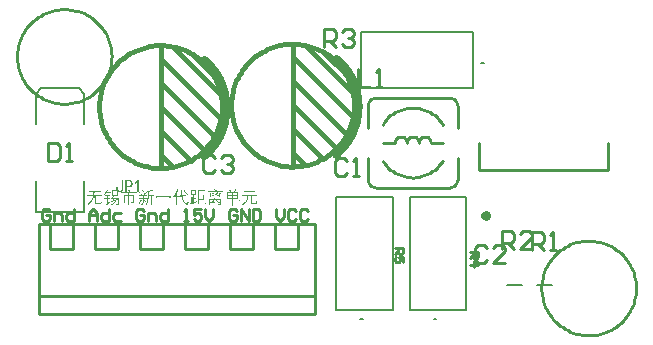
<source format=gto>
G04*
G04 #@! TF.GenerationSoftware,Altium Limited,Altium Designer,22.3.1 (43)*
G04*
G04 Layer_Color=65535*
%FSLAX25Y25*%
%MOIN*%
G70*
G04*
G04 #@! TF.SameCoordinates,E78762D2-B51B-4B12-9D3C-234BF7CF4557*
G04*
G04*
G04 #@! TF.FilePolarity,Positive*
G04*
G01*
G75*
%ADD10C,0.01000*%
%ADD11C,0.02900*%
%ADD12C,0.01500*%
%ADD13C,0.00787*%
%ADD14C,0.01968*%
G36*
X55431Y43641D02*
X55428Y43630D01*
Y43613D01*
X55426Y43594D01*
X55423Y43569D01*
X55417Y43539D01*
X55414Y43505D01*
X55412Y43469D01*
X55403Y43395D01*
X55398Y43317D01*
X55395Y43245D01*
Y43209D01*
Y43178D01*
Y42306D01*
Y42303D01*
Y42298D01*
Y42289D01*
Y42276D01*
Y42259D01*
X55398Y42237D01*
Y42212D01*
X55401Y42187D01*
Y42156D01*
X55403Y42123D01*
X55406Y42087D01*
X55412Y42048D01*
X55420Y41963D01*
X55431Y41868D01*
X55428D01*
X55420Y41871D01*
X55406D01*
X55387Y41874D01*
X55365Y41877D01*
X55340Y41879D01*
X55309Y41882D01*
X55279Y41885D01*
X55209Y41890D01*
X55137Y41896D01*
X55065Y41902D01*
X54741D01*
Y41090D01*
X55149D01*
X55182Y41093D01*
X55215Y41096D01*
X55254Y41098D01*
X55295Y41101D01*
X55387Y41109D01*
X55486Y41123D01*
Y40766D01*
X55484D01*
X55475Y40769D01*
X55462D01*
X55442Y40771D01*
X55417Y40774D01*
X55392Y40777D01*
X55362Y40780D01*
X55329Y40782D01*
X55254Y40788D01*
X55176Y40794D01*
X55099Y40799D01*
X54741D01*
Y39644D01*
X54744D01*
X54747Y39647D01*
X54755Y39650D01*
X54764Y39652D01*
X54791Y39663D01*
X54827Y39674D01*
X54871Y39691D01*
X54924Y39711D01*
X54982Y39733D01*
X55043Y39758D01*
X55110Y39783D01*
X55179Y39810D01*
X55323Y39868D01*
X55464Y39929D01*
X55533Y39960D01*
X55597Y39990D01*
X55567Y39600D01*
X55561Y39597D01*
X55550Y39594D01*
X55528Y39586D01*
X55500Y39577D01*
X55464Y39564D01*
X55420Y39550D01*
X55373Y39530D01*
X55317Y39511D01*
X55256Y39492D01*
X55193Y39467D01*
X55124Y39442D01*
X55051Y39417D01*
X54977Y39389D01*
X54896Y39359D01*
X54733Y39298D01*
X54564Y39234D01*
X54392Y39168D01*
X54223Y39101D01*
X54063Y39035D01*
X53985Y39001D01*
X53908Y38968D01*
X53838Y38938D01*
X53769Y38907D01*
X53705Y38877D01*
X53647Y38846D01*
X53594Y38818D01*
X53547Y38794D01*
X53306Y39179D01*
X53309D01*
X53312Y39181D01*
X53320D01*
X53331Y39184D01*
X53359Y39193D01*
X53398Y39204D01*
X53439Y39215D01*
X53489Y39226D01*
X53539Y39240D01*
X53592Y39253D01*
Y40810D01*
Y40813D01*
Y40821D01*
Y40832D01*
Y40852D01*
Y40874D01*
X53589Y40899D01*
Y40929D01*
Y40965D01*
X53586Y41004D01*
X53584Y41046D01*
X53581Y41090D01*
X53578Y41140D01*
X53575Y41190D01*
X53570Y41245D01*
X53558Y41359D01*
X53991Y41298D01*
X54002D01*
X54013Y41295D01*
X54024Y41292D01*
X54049Y41281D01*
X54057Y41273D01*
X54063Y41265D01*
Y41259D01*
X54060Y41242D01*
X54054Y41231D01*
X54043Y41217D01*
X54032Y41198D01*
X54013Y41179D01*
X54007Y41173D01*
X54002Y41168D01*
X53996Y41156D01*
X53985Y41145D01*
X53977Y41129D01*
X53966Y41109D01*
X53955Y41090D01*
X53944Y41065D01*
X53935Y41037D01*
X53924Y41007D01*
X53916Y40974D01*
X53910Y40938D01*
X53905Y40899D01*
X53902Y40857D01*
Y40810D01*
Y39350D01*
X53905D01*
X53916Y39356D01*
X53932Y39362D01*
X53955Y39370D01*
X53982Y39378D01*
X54013Y39389D01*
X54049Y39400D01*
X54085Y39414D01*
X54168Y39442D01*
X54254Y39472D01*
X54340Y39503D01*
X54378Y39517D01*
X54417Y39530D01*
Y41902D01*
X54002D01*
X53980Y41899D01*
X53924D01*
X53891Y41896D01*
X53855Y41893D01*
X53777Y41888D01*
X53689Y41879D01*
X53592Y41868D01*
Y41871D01*
X53594Y41879D01*
Y41890D01*
X53597Y41907D01*
X53600Y41929D01*
X53603Y41954D01*
X53606Y41982D01*
X53611Y42012D01*
X53617Y42079D01*
X53622Y42154D01*
X53625Y42228D01*
X53628Y42306D01*
Y43178D01*
Y43181D01*
Y43187D01*
Y43195D01*
Y43209D01*
Y43226D01*
X53625Y43248D01*
Y43273D01*
X53622Y43300D01*
Y43331D01*
X53619Y43367D01*
X53617Y43406D01*
X53614Y43447D01*
X53608Y43492D01*
X53603Y43539D01*
X53597Y43591D01*
X53592Y43644D01*
X53603D01*
X53617Y43641D01*
X53633Y43638D01*
X53655Y43636D01*
X53680Y43633D01*
X53711Y43630D01*
X53741Y43627D01*
X53813Y43622D01*
X53891Y43616D01*
X53971Y43613D01*
X54052Y43611D01*
X55110D01*
X55143Y43613D01*
X55176Y43616D01*
X55251Y43622D01*
X55337Y43630D01*
X55431Y43644D01*
Y43641D01*
D02*
G37*
G36*
X58381Y43259D02*
X58378D01*
X58367Y43262D01*
X58353D01*
X58334Y43264D01*
X58309Y43267D01*
X58281Y43270D01*
X58248Y43275D01*
X58215Y43278D01*
X58140Y43284D01*
X58062Y43289D01*
X57985Y43292D01*
X56232D01*
Y42154D01*
X57664D01*
X57691Y42156D01*
X57719D01*
X57755Y42159D01*
X57791D01*
X57833Y42162D01*
X57877Y42165D01*
X57921Y42170D01*
X58021Y42179D01*
X58129Y42190D01*
Y42187D01*
X58126Y42176D01*
Y42162D01*
X58123Y42140D01*
X58121Y42115D01*
X58118Y42084D01*
X58115Y42051D01*
X58112Y42015D01*
X58104Y41938D01*
X58099Y41855D01*
X58096Y41774D01*
X58093Y41697D01*
Y40838D01*
Y40835D01*
Y40830D01*
Y40819D01*
Y40802D01*
Y40782D01*
X58096Y40758D01*
Y40730D01*
X58099Y40697D01*
Y40661D01*
X58101Y40622D01*
X58104Y40580D01*
X58110Y40533D01*
X58112Y40483D01*
X58118Y40431D01*
X58123Y40375D01*
X58129Y40317D01*
X58126D01*
X58118Y40320D01*
X58101D01*
X58082Y40323D01*
X58057Y40325D01*
X58029Y40328D01*
X57996Y40334D01*
X57960Y40336D01*
X57921Y40339D01*
X57880Y40342D01*
X57794Y40348D01*
X57702Y40350D01*
X56232D01*
Y39170D01*
X58146D01*
X58176Y39173D01*
X58207Y39176D01*
X58243D01*
X58281Y39179D01*
X58323Y39184D01*
X58367Y39187D01*
X58414Y39193D01*
X58514Y39206D01*
Y38852D01*
X58511D01*
X58503Y38855D01*
X58486D01*
X58467Y38857D01*
X58442Y38860D01*
X58414Y38863D01*
X58384Y38868D01*
X58351Y38871D01*
X58276Y38877D01*
X58198Y38882D01*
X58121Y38885D01*
X56376D01*
X56348Y38882D01*
X56281D01*
X56243Y38879D01*
X56198Y38877D01*
X56154Y38874D01*
X56104Y38871D01*
X56051Y38868D01*
X55996Y38863D01*
X55880Y38852D01*
Y38855D01*
X55883Y38866D01*
Y38882D01*
X55885Y38904D01*
X55888Y38929D01*
X55891Y38960D01*
X55894Y38996D01*
X55896Y39032D01*
X55902Y39115D01*
X55907Y39204D01*
X55913Y39292D01*
Y39378D01*
Y43095D01*
Y43098D01*
Y43104D01*
Y43115D01*
Y43131D01*
Y43151D01*
X55910Y43176D01*
Y43203D01*
Y43234D01*
X55907Y43270D01*
X55905Y43309D01*
X55902Y43353D01*
X55899Y43397D01*
X55896Y43447D01*
X55891Y43500D01*
X55885Y43558D01*
X55880Y43616D01*
X55883D01*
X55894Y43613D01*
X55907D01*
X55927Y43611D01*
X55952Y43608D01*
X55980Y43605D01*
X56010Y43600D01*
X56043Y43597D01*
X56118Y43589D01*
X56198Y43583D01*
X56279Y43580D01*
X56356Y43577D01*
X57990D01*
X58015Y43580D01*
X58046D01*
X58079Y43583D01*
X58112Y43586D01*
X58151Y43589D01*
X58193Y43591D01*
X58284Y43602D01*
X58381Y43616D01*
Y43259D01*
D02*
G37*
G36*
X41091Y43555D02*
X41094Y43553D01*
X41099Y43547D01*
X41113Y43530D01*
X41118Y43519D01*
X41124Y43508D01*
X41127Y43497D01*
X41124Y43486D01*
X41121Y43483D01*
X41118Y43481D01*
X41110Y43475D01*
X41099Y43472D01*
X41088Y43469D01*
X41041D01*
X41024Y43472D01*
X40936D01*
X40919Y43469D01*
X40902D01*
X40858Y43464D01*
X40808Y43458D01*
X40753Y43447D01*
X40692Y43433D01*
X40631Y43414D01*
X40628D01*
X40617Y43408D01*
X40598Y43403D01*
X40570Y43395D01*
X40537Y43383D01*
X40492Y43370D01*
X40440Y43353D01*
X40376Y43336D01*
X40304Y43314D01*
X40224Y43289D01*
X40130Y43262D01*
X40027Y43234D01*
X39972Y43217D01*
X39913Y43201D01*
X39853Y43184D01*
X39786Y43165D01*
X39720Y43145D01*
X39650Y43126D01*
X39578Y43106D01*
X39501Y43084D01*
Y41949D01*
X40941D01*
X40963Y41951D01*
X40986D01*
X41013Y41954D01*
X41044D01*
X41077Y41957D01*
X41116Y41960D01*
X41157Y41963D01*
X41201Y41965D01*
X41249Y41971D01*
X41301Y41976D01*
X41357Y41982D01*
Y41627D01*
X41343D01*
X41329Y41630D01*
X41310Y41633D01*
X41285D01*
X41257Y41636D01*
X41227Y41638D01*
X41190Y41641D01*
X41118Y41647D01*
X41041Y41652D01*
X40966Y41658D01*
X40897Y41661D01*
X40609D01*
Y39212D01*
Y39209D01*
Y39201D01*
Y39190D01*
X40611Y39170D01*
Y39148D01*
X40614Y39123D01*
Y39093D01*
X40617Y39059D01*
X40620Y39024D01*
X40623Y38985D01*
X40628Y38899D01*
X40634Y38802D01*
X40642Y38702D01*
X40254D01*
Y38705D01*
X40257Y38719D01*
Y38735D01*
X40260Y38760D01*
X40262Y38788D01*
X40265Y38821D01*
X40268Y38857D01*
X40271Y38896D01*
X40276Y38979D01*
X40282Y39065D01*
X40285Y39107D01*
X40288Y39143D01*
Y39179D01*
Y39212D01*
Y41661D01*
X39506D01*
Y41658D01*
Y41647D01*
Y41627D01*
Y41605D01*
Y41575D01*
Y41539D01*
Y41497D01*
Y41453D01*
Y41403D01*
Y41348D01*
X39503Y41289D01*
Y41228D01*
X39501Y41165D01*
Y41098D01*
X39495Y40960D01*
X39490Y40813D01*
X39481Y40666D01*
X39473Y40519D01*
X39459Y40375D01*
X39445Y40240D01*
X39437Y40173D01*
X39426Y40112D01*
X39418Y40051D01*
X39407Y39999D01*
X39395Y39946D01*
X39382Y39899D01*
Y39896D01*
X39379Y39893D01*
Y39885D01*
X39376Y39874D01*
X39371Y39860D01*
X39365Y39843D01*
X39354Y39805D01*
X39335Y39752D01*
X39312Y39691D01*
X39285Y39622D01*
X39252Y39544D01*
X39213Y39458D01*
X39166Y39364D01*
X39113Y39265D01*
X39052Y39156D01*
X38986Y39046D01*
X38911Y38929D01*
X38828Y38807D01*
X38736Y38683D01*
Y38686D01*
X38731Y38688D01*
X38725Y38697D01*
X38714Y38708D01*
X38700Y38719D01*
X38686Y38735D01*
X38648Y38769D01*
X38598Y38807D01*
X38537Y38849D01*
X38465Y38891D01*
X38382Y38929D01*
X38385D01*
X38387Y38935D01*
X38404Y38949D01*
X38429Y38974D01*
X38462Y39004D01*
X38501Y39046D01*
X38545Y39093D01*
X38595Y39148D01*
X38648Y39212D01*
X38700Y39278D01*
X38756Y39353D01*
X38808Y39434D01*
X38861Y39519D01*
X38911Y39608D01*
X38955Y39702D01*
X38994Y39799D01*
X39024Y39899D01*
Y39902D01*
X39027Y39904D01*
Y39913D01*
X39033Y39924D01*
X39035Y39938D01*
X39038Y39954D01*
X39044Y39976D01*
X39049Y40001D01*
X39055Y40029D01*
X39060Y40060D01*
X39069Y40093D01*
X39074Y40132D01*
X39083Y40173D01*
X39088Y40217D01*
X39096Y40264D01*
X39105Y40317D01*
X39110Y40372D01*
X39118Y40431D01*
X39127Y40494D01*
X39132Y40561D01*
X39141Y40633D01*
X39146Y40708D01*
X39152Y40785D01*
X39157Y40868D01*
X39163Y40954D01*
X39168Y41043D01*
X39171Y41140D01*
X39174Y41237D01*
X39177Y41339D01*
X39180Y41447D01*
Y41558D01*
Y41672D01*
Y42849D01*
Y42852D01*
Y42857D01*
Y42865D01*
Y42877D01*
X39177Y42896D01*
Y42921D01*
X39174Y42954D01*
Y42957D01*
Y42965D01*
X39171Y42976D01*
Y42993D01*
X39168Y43012D01*
X39166Y43034D01*
X39163Y43062D01*
Y43090D01*
X39157Y43154D01*
X39152Y43223D01*
X39146Y43295D01*
X39141Y43367D01*
X39149D01*
X39160Y43364D01*
X39171D01*
X39204Y43361D01*
X39240Y43359D01*
X39271D01*
X39285Y43361D01*
X39304D01*
X39329Y43364D01*
X39354Y43367D01*
X39382Y43372D01*
X39415Y43375D01*
X39484Y43389D01*
X39564Y43406D01*
X39656Y43431D01*
X39659D01*
X39664Y43433D01*
X39675Y43436D01*
X39689Y43439D01*
X39709Y43444D01*
X39731Y43450D01*
X39756Y43458D01*
X39783Y43467D01*
X39814Y43475D01*
X39847Y43486D01*
X39922Y43508D01*
X40002Y43533D01*
X40091Y43564D01*
X40182Y43594D01*
X40276Y43630D01*
X40371Y43666D01*
X40465Y43702D01*
X40556Y43744D01*
X40642Y43782D01*
X40720Y43827D01*
X40792Y43868D01*
X41091Y43555D01*
D02*
G37*
G36*
X75045Y43131D02*
X75043D01*
X75034Y43134D01*
X75020D01*
X75001Y43137D01*
X74976Y43140D01*
X74949Y43143D01*
X74918Y43145D01*
X74885Y43151D01*
X74807Y43156D01*
X74724Y43162D01*
X74635Y43165D01*
X74547Y43167D01*
X71741D01*
X71716Y43165D01*
X71685D01*
X71655Y43162D01*
X71616D01*
X71577Y43159D01*
X71536Y43156D01*
X71491Y43154D01*
X71395Y43143D01*
X71289Y43131D01*
Y43500D01*
X71292D01*
X71303Y43497D01*
X71317D01*
X71339Y43494D01*
X71364Y43492D01*
X71395Y43489D01*
X71428Y43486D01*
X71464Y43483D01*
X71544Y43475D01*
X71630Y43469D01*
X71716Y43467D01*
X71802Y43464D01*
X74613D01*
X74641Y43467D01*
X74669D01*
X74705Y43469D01*
X74741D01*
X74779Y43472D01*
X74863Y43481D01*
X74954Y43489D01*
X75045Y43500D01*
Y43131D01*
D02*
G37*
G36*
X23515D02*
X23512D01*
X23507Y43134D01*
X23498D01*
X23485Y43137D01*
X23468Y43140D01*
X23451Y43145D01*
X23404Y43151D01*
X23352Y43159D01*
X23293Y43165D01*
X23233Y43167D01*
X21510D01*
Y43165D01*
Y43159D01*
Y43148D01*
Y43134D01*
Y43115D01*
X21507Y43095D01*
Y43071D01*
Y43040D01*
X21504Y43010D01*
Y42976D01*
X21501Y42899D01*
X21496Y42816D01*
X21490Y42722D01*
X21485Y42622D01*
X21479Y42516D01*
X21471Y42408D01*
X21463Y42298D01*
X21440Y42073D01*
X21427Y41963D01*
X21413Y41857D01*
X23662D01*
X23704Y41860D01*
X23756Y41863D01*
X23817Y41868D01*
X23886Y41877D01*
X23958Y41890D01*
Y41522D01*
X23956D01*
X23950Y41525D01*
X23939D01*
X23922Y41528D01*
X23906Y41530D01*
X23884Y41536D01*
X23836Y41541D01*
X23778Y41550D01*
X23717Y41555D01*
X23656Y41558D01*
X21981D01*
Y39525D01*
Y39522D01*
Y39517D01*
Y39505D01*
Y39489D01*
X21983Y39472D01*
Y39453D01*
X21992Y39411D01*
X22005Y39367D01*
X22025Y39325D01*
X22039Y39306D01*
X22055Y39292D01*
X22075Y39278D01*
X22097Y39270D01*
X22102Y39267D01*
X22111Y39265D01*
X22119Y39262D01*
X22136Y39259D01*
X22155Y39253D01*
X22180Y39248D01*
X22210Y39245D01*
X22249Y39240D01*
X22291Y39237D01*
X22343Y39231D01*
X22402Y39228D01*
X22468Y39226D01*
X22543Y39223D01*
X22853D01*
X22903Y39226D01*
X22956Y39228D01*
X23011Y39234D01*
X23127Y39245D01*
X23186Y39253D01*
X23238Y39265D01*
X23288Y39278D01*
X23329Y39295D01*
X23366Y39312D01*
X23393Y39334D01*
X23396D01*
X23399Y39339D01*
X23407Y39345D01*
X23418Y39356D01*
X23429Y39373D01*
X23443Y39392D01*
X23460Y39417D01*
X23476Y39447D01*
X23493Y39486D01*
X23512Y39530D01*
X23532Y39583D01*
X23551Y39641D01*
X23571Y39711D01*
X23590Y39788D01*
X23607Y39877D01*
X23623Y39974D01*
X23626Y39971D01*
X23631Y39965D01*
X23640Y39954D01*
X23654Y39940D01*
X23667Y39921D01*
X23687Y39904D01*
X23709Y39882D01*
X23731Y39863D01*
X23787Y39819D01*
X23850Y39780D01*
X23886Y39763D01*
X23922Y39749D01*
X23958Y39738D01*
X23997Y39733D01*
Y39730D01*
X23994Y39727D01*
X23991Y39719D01*
X23989Y39708D01*
X23980Y39677D01*
X23967Y39639D01*
X23950Y39594D01*
X23931Y39542D01*
X23906Y39486D01*
X23881Y39425D01*
X23823Y39303D01*
X23789Y39245D01*
X23753Y39190D01*
X23715Y39137D01*
X23678Y39093D01*
X23637Y39057D01*
X23595Y39029D01*
X23590Y39026D01*
X23573Y39015D01*
X23548Y39001D01*
X23510Y38985D01*
X23465Y38968D01*
X23410Y38949D01*
X23346Y38932D01*
X23274Y38918D01*
X23266D01*
X23255Y38916D01*
X23238Y38913D01*
X23219D01*
X23194Y38910D01*
X23166Y38907D01*
X23130Y38904D01*
X23091Y38902D01*
X23050Y38899D01*
X23000Y38896D01*
X22947D01*
X22889Y38893D01*
X22828Y38891D01*
X22576D01*
X22523Y38893D01*
X22463D01*
X22393Y38896D01*
X22324Y38899D01*
X22177Y38910D01*
X22105Y38916D01*
X22036Y38924D01*
X21972Y38935D01*
X21914Y38946D01*
X21867Y38960D01*
X21845Y38968D01*
X21828Y38976D01*
X21825D01*
X21820Y38979D01*
X21812Y38985D01*
X21798Y38993D01*
X21784Y39001D01*
X21767Y39015D01*
X21751Y39029D01*
X21731Y39048D01*
X21715Y39071D01*
X21698Y39098D01*
X21681Y39129D01*
X21670Y39165D01*
X21659Y39204D01*
X21651Y39248D01*
X21648Y39295D01*
Y39350D01*
Y41558D01*
X21360D01*
Y41552D01*
X21357Y41539D01*
X21352Y41514D01*
X21343Y41480D01*
X21335Y41442D01*
X21321Y41392D01*
X21305Y41334D01*
X21285Y41270D01*
X21263Y41201D01*
X21238Y41123D01*
X21208Y41043D01*
X21174Y40954D01*
X21136Y40860D01*
X21094Y40763D01*
X21047Y40663D01*
X20994Y40558D01*
X20939Y40450D01*
X20875Y40339D01*
X20809Y40226D01*
X20734Y40112D01*
X20654Y39993D01*
X20571Y39877D01*
X20479Y39758D01*
X20380Y39641D01*
X20274Y39522D01*
X20163Y39406D01*
X20044Y39289D01*
X19917Y39176D01*
X19784Y39062D01*
X19643Y38952D01*
X19493Y38846D01*
X19335Y38741D01*
Y38744D01*
X19330Y38752D01*
X19324Y38763D01*
X19313Y38780D01*
X19302Y38802D01*
X19288Y38824D01*
X19249Y38877D01*
X19202Y38935D01*
X19144Y38996D01*
X19078Y39054D01*
X19039Y39079D01*
X19000Y39104D01*
X19005Y39107D01*
X19017Y39109D01*
X19036Y39118D01*
X19064Y39132D01*
X19100Y39145D01*
X19141Y39165D01*
X19188Y39190D01*
X19241Y39215D01*
X19299Y39248D01*
X19360Y39284D01*
X19427Y39325D01*
X19499Y39373D01*
X19571Y39422D01*
X19648Y39478D01*
X19728Y39539D01*
X19809Y39608D01*
X19892Y39680D01*
X19975Y39758D01*
X20058Y39843D01*
X20144Y39932D01*
X20227Y40029D01*
X20310Y40134D01*
X20393Y40242D01*
X20474Y40361D01*
X20554Y40483D01*
X20629Y40613D01*
X20704Y40752D01*
X20773Y40899D01*
X20839Y41051D01*
X20903Y41212D01*
X20958Y41381D01*
X21011Y41558D01*
X19382D01*
X19360Y41555D01*
X19305Y41552D01*
X19241Y41544D01*
X19172Y41536D01*
X19094Y41522D01*
Y41890D01*
X19097D01*
X19103Y41888D01*
X19114D01*
X19125Y41885D01*
X19141Y41882D01*
X19161Y41879D01*
X19205Y41871D01*
X19258Y41866D01*
X19316Y41860D01*
X19377Y41857D01*
X21061D01*
Y41860D01*
Y41863D01*
X21064Y41871D01*
Y41882D01*
X21066Y41893D01*
X21069Y41910D01*
X21072Y41929D01*
X21075Y41951D01*
X21080Y42001D01*
X21089Y42065D01*
X21097Y42134D01*
X21105Y42217D01*
X21116Y42306D01*
X21125Y42406D01*
X21133Y42514D01*
X21144Y42630D01*
X21152Y42755D01*
X21158Y42885D01*
X21166Y43023D01*
X21172Y43167D01*
X19870D01*
X19828Y43165D01*
X19776Y43162D01*
X19717Y43154D01*
X19648Y43145D01*
X19571Y43131D01*
Y43500D01*
X19573D01*
X19579Y43497D01*
X19587D01*
X19601Y43494D01*
X19618Y43492D01*
X19637Y43486D01*
X19681Y43481D01*
X19734Y43472D01*
X19792Y43467D01*
X19856Y43464D01*
X23219D01*
X23263Y43467D01*
X23316Y43469D01*
X23377Y43478D01*
X23443Y43486D01*
X23515Y43500D01*
Y43131D01*
D02*
G37*
G36*
X31087Y44335D02*
Y44332D01*
Y44327D01*
Y44316D01*
Y44305D01*
Y44285D01*
X31084Y44266D01*
Y44244D01*
X31082Y44216D01*
X31079Y44158D01*
X31071Y44089D01*
X31060Y44014D01*
X31049Y43931D01*
X31032Y43848D01*
X31010Y43759D01*
X30985Y43670D01*
X30954Y43584D01*
X30918Y43501D01*
X30877Y43421D01*
X30827Y43349D01*
X30771Y43283D01*
X30769Y43280D01*
X30758Y43269D01*
X30738Y43252D01*
X30713Y43233D01*
X30683Y43208D01*
X30644Y43180D01*
X30597Y43150D01*
X30547Y43119D01*
X30489Y43089D01*
X30425Y43058D01*
X30353Y43031D01*
X30279Y43006D01*
X30195Y42986D01*
X30110Y42970D01*
X30015Y42959D01*
X29918Y42956D01*
X29896D01*
X29871Y42959D01*
X29835Y42961D01*
X29794Y42967D01*
X29744Y42972D01*
X29691Y42983D01*
X29630Y42994D01*
X29567Y43011D01*
X29503Y43033D01*
X29434Y43058D01*
X29423Y43063D01*
Y42023D01*
Y42021D01*
Y42015D01*
Y42004D01*
Y41990D01*
Y41971D01*
Y41949D01*
Y41927D01*
X29426Y41899D01*
X29429Y41838D01*
X29437Y41769D01*
X29446Y41697D01*
X29460Y41622D01*
X29457D01*
X29448Y41625D01*
X29437D01*
X29421Y41627D01*
X29401Y41630D01*
X29379Y41633D01*
X29351Y41638D01*
X29324Y41641D01*
X29263Y41647D01*
X29196Y41652D01*
X29130Y41655D01*
X27806D01*
X28011Y41541D01*
X28014Y41539D01*
X28022Y41536D01*
X28033Y41528D01*
X28044Y41522D01*
X28058Y41511D01*
X28066Y41503D01*
X28074Y41492D01*
Y41483D01*
Y41478D01*
X28072Y41472D01*
X28066Y41467D01*
X28055Y41458D01*
X28044Y41450D01*
X28025Y41439D01*
X28000Y41431D01*
X27997D01*
X27989Y41425D01*
X27975Y41420D01*
X27958Y41411D01*
X27922Y41392D01*
X27905Y41378D01*
X27892Y41364D01*
X27889Y41359D01*
X27881Y41348D01*
X27867Y41325D01*
X27850Y41300D01*
X27825Y41267D01*
X27800Y41231D01*
X27773Y41192D01*
X27739Y41151D01*
X29423D01*
X29454Y41154D01*
X29484D01*
X29518Y41156D01*
X29595Y41162D01*
X29678Y41170D01*
X29772Y41184D01*
Y41181D01*
Y41179D01*
X29770Y41170D01*
X29767Y41159D01*
X29764Y41131D01*
X29759Y41093D01*
X29753Y41048D01*
X29748Y40996D01*
X29742Y40940D01*
X29739Y40882D01*
X29676Y39555D01*
Y39553D01*
Y39550D01*
Y39542D01*
Y39530D01*
X29673Y39500D01*
Y39461D01*
X29667Y39414D01*
X29664Y39362D01*
X29659Y39303D01*
X29651Y39245D01*
X29631Y39123D01*
X29617Y39062D01*
X29601Y39007D01*
X29581Y38957D01*
X29562Y38913D01*
X29537Y38877D01*
X29523Y38863D01*
X29509Y38852D01*
Y38849D01*
X29504Y38846D01*
X29495Y38838D01*
X29482Y38830D01*
X29465Y38816D01*
X29440Y38802D01*
X29412Y38788D01*
X29374Y38772D01*
X29329Y38755D01*
X29274Y38735D01*
X29210Y38719D01*
X29138Y38702D01*
X29097Y38691D01*
X29055Y38683D01*
X29008Y38675D01*
X28958Y38669D01*
X28905Y38661D01*
X28850Y38652D01*
X28792Y38644D01*
X28731Y38638D01*
Y38641D01*
X28728Y38647D01*
Y38658D01*
X28725Y38675D01*
X28720Y38694D01*
X28714Y38716D01*
X28706Y38741D01*
X28698Y38769D01*
X28673Y38835D01*
X28640Y38907D01*
X28617Y38943D01*
X28595Y38985D01*
X28570Y39024D01*
X28540Y39065D01*
X28543D01*
X28551Y39062D01*
X28565D01*
X28584Y39059D01*
X28606Y39054D01*
X28634Y39051D01*
X28662Y39048D01*
X28695Y39043D01*
X28764Y39035D01*
X28839Y39029D01*
X28914Y39024D01*
X28983Y39021D01*
X29005D01*
X29027Y39024D01*
X29055D01*
X29088Y39026D01*
X29119Y39032D01*
X29149Y39037D01*
X29177Y39046D01*
X29180D01*
X29185Y39048D01*
X29194Y39051D01*
X29202Y39057D01*
X29230Y39076D01*
X29246Y39087D01*
X29260Y39104D01*
X29277Y39121D01*
X29293Y39143D01*
X29307Y39168D01*
X29321Y39195D01*
X29332Y39228D01*
X29340Y39265D01*
X29346Y39306D01*
X29349Y39350D01*
X29429Y40866D01*
X29039D01*
Y40860D01*
X29036Y40849D01*
X29030Y40830D01*
X29025Y40802D01*
X29016Y40766D01*
X29002Y40724D01*
X28989Y40677D01*
X28972Y40622D01*
X28953Y40564D01*
X28931Y40497D01*
X28905Y40431D01*
X28875Y40356D01*
X28842Y40278D01*
X28806Y40198D01*
X28767Y40115D01*
X28723Y40029D01*
X28673Y39940D01*
X28620Y39849D01*
X28562Y39758D01*
X28501Y39666D01*
X28432Y39572D01*
X28360Y39478D01*
X28282Y39384D01*
X28202Y39292D01*
X28113Y39201D01*
X28019Y39109D01*
X27919Y39021D01*
X27814Y38932D01*
X27701Y38849D01*
X27582Y38769D01*
X27457Y38691D01*
X27327Y38616D01*
Y38619D01*
X27321Y38625D01*
X27313Y38633D01*
X27305Y38647D01*
X27291Y38663D01*
X27274Y38680D01*
X27257Y38699D01*
X27235Y38722D01*
X27210Y38744D01*
X27180Y38766D01*
X27149Y38788D01*
X27116Y38810D01*
X27077Y38830D01*
X27036Y38852D01*
X26991Y38868D01*
X26944Y38885D01*
X26947Y38888D01*
X26961Y38891D01*
X26980Y38896D01*
X27005Y38907D01*
X27038Y38921D01*
X27075Y38935D01*
X27119Y38954D01*
X27169Y38979D01*
X27221Y39004D01*
X27279Y39035D01*
X27340Y39068D01*
X27407Y39107D01*
X27473Y39148D01*
X27545Y39195D01*
X27617Y39245D01*
X27689Y39298D01*
X27764Y39359D01*
X27842Y39422D01*
X27917Y39489D01*
X27994Y39564D01*
X28069Y39641D01*
X28144Y39724D01*
X28216Y39813D01*
X28285Y39907D01*
X28354Y40007D01*
X28421Y40112D01*
X28482Y40223D01*
X28543Y40339D01*
X28595Y40461D01*
X28645Y40591D01*
X28692Y40724D01*
X28731Y40866D01*
X28321D01*
Y40863D01*
X28318Y40857D01*
X28313Y40849D01*
X28307Y40835D01*
X28299Y40819D01*
X28288Y40799D01*
X28277Y40777D01*
X28263Y40749D01*
X28246Y40721D01*
X28227Y40688D01*
X28185Y40616D01*
X28135Y40536D01*
X28077Y40444D01*
X28011Y40348D01*
X27936Y40242D01*
X27850Y40132D01*
X27756Y40015D01*
X27654Y39896D01*
X27543Y39774D01*
X27421Y39650D01*
X27288Y39525D01*
X27285Y39528D01*
X27282Y39533D01*
X27274Y39542D01*
X27263Y39555D01*
X27246Y39569D01*
X27230Y39586D01*
X27207Y39605D01*
X27185Y39625D01*
X27158Y39647D01*
X27130Y39666D01*
X27064Y39708D01*
X26986Y39746D01*
X26942Y39760D01*
X26897Y39774D01*
X26900D01*
X26906Y39777D01*
X26914Y39783D01*
X26928Y39788D01*
X26944Y39796D01*
X26964Y39807D01*
X26986Y39819D01*
X27011Y39832D01*
X27069Y39866D01*
X27136Y39907D01*
X27210Y39960D01*
X27291Y40021D01*
X27376Y40090D01*
X27465Y40167D01*
X27559Y40259D01*
X27651Y40359D01*
X27745Y40467D01*
X27789Y40528D01*
X27834Y40589D01*
X27878Y40655D01*
X27922Y40721D01*
X27964Y40791D01*
X28005Y40866D01*
X27520D01*
Y40863D01*
X27515Y40860D01*
X27509Y40852D01*
X27501Y40841D01*
X27490Y40827D01*
X27476Y40807D01*
X27440Y40769D01*
X27396Y40716D01*
X27343Y40658D01*
X27282Y40591D01*
X27213Y40519D01*
X27210Y40522D01*
X27207Y40525D01*
X27199Y40533D01*
X27188Y40541D01*
X27174Y40553D01*
X27155Y40566D01*
X27136Y40580D01*
X27113Y40597D01*
X27086Y40613D01*
X27058Y40630D01*
X27025Y40647D01*
X26989Y40663D01*
X26953Y40680D01*
X26911Y40697D01*
X26823Y40724D01*
X26825D01*
X26828Y40727D01*
X26836Y40733D01*
X26847Y40738D01*
X26875Y40758D01*
X26911Y40785D01*
X26955Y40819D01*
X27008Y40857D01*
X27066Y40907D01*
X27130Y40962D01*
X27196Y41023D01*
X27266Y41093D01*
X27335Y41170D01*
X27407Y41253D01*
X27476Y41342D01*
X27545Y41439D01*
X27612Y41544D01*
X27673Y41655D01*
X27556D01*
X27523Y41652D01*
X27487D01*
X27448Y41649D01*
X27365Y41644D01*
X27274Y41636D01*
X27180Y41622D01*
Y41625D01*
X27183Y41630D01*
Y41641D01*
X27185Y41655D01*
X27188Y41672D01*
X27191Y41694D01*
X27199Y41741D01*
X27205Y41796D01*
X27210Y41860D01*
X27213Y41924D01*
Y41987D01*
Y43287D01*
Y43289D01*
Y43295D01*
Y43306D01*
Y43317D01*
Y43336D01*
Y43356D01*
Y43378D01*
X27210Y43403D01*
X27207Y43458D01*
X27202Y43525D01*
X27194Y43594D01*
X27180Y43666D01*
X27183D01*
X27191Y43663D01*
X27202D01*
X27216Y43661D01*
X27235Y43658D01*
X27257Y43655D01*
X27282Y43652D01*
X27310Y43647D01*
X27371Y43641D01*
X27437Y43636D01*
X27507Y43633D01*
X28885D01*
X28874Y43659D01*
X28846Y43742D01*
X28821Y43834D01*
X28802Y43934D01*
X28785Y44044D01*
X28774Y44161D01*
X28772Y44288D01*
Y44546D01*
X29309D01*
Y44216D01*
Y44211D01*
Y44197D01*
Y44177D01*
X29312Y44147D01*
X29315Y44114D01*
X29317Y44075D01*
X29323Y44030D01*
X29331Y43986D01*
X29351Y43887D01*
X29367Y43837D01*
X29384Y43789D01*
X29403Y43742D01*
X29425Y43698D01*
X29448Y43664D01*
X29460Y43666D01*
Y43663D01*
X29457Y43658D01*
Y43652D01*
X29484Y43620D01*
X29486Y43618D01*
X29492Y43612D01*
X29500Y43604D01*
X29514Y43593D01*
X29531Y43579D01*
X29553Y43565D01*
X29575Y43549D01*
X29603Y43535D01*
X29661Y43501D01*
X29730Y43474D01*
X29769Y43463D01*
X29810Y43454D01*
X29852Y43449D01*
X29893Y43446D01*
X29924D01*
X29946Y43449D01*
X29974Y43452D01*
X30004Y43457D01*
X30040Y43463D01*
X30076Y43468D01*
X30157Y43490D01*
X30198Y43507D01*
X30237Y43524D01*
X30279Y43546D01*
X30314Y43571D01*
X30351Y43598D01*
X30384Y43632D01*
X30386Y43634D01*
X30392Y43640D01*
X30398Y43651D01*
X30409Y43668D01*
X30422Y43690D01*
X30436Y43718D01*
X30450Y43751D01*
X30467Y43787D01*
X30481Y43831D01*
X30494Y43881D01*
X30508Y43936D01*
X30522Y43997D01*
X30533Y44067D01*
X30539Y44141D01*
X30544Y44222D01*
X30547Y44310D01*
Y47000D01*
X31087D01*
Y44335D01*
D02*
G37*
G36*
X61387Y44007D02*
X61403Y43999D01*
X61428Y43985D01*
X61461Y43968D01*
X61503Y43946D01*
X61553Y43921D01*
X61605Y43890D01*
X61666Y43857D01*
X61733Y43821D01*
X61799Y43782D01*
X61871Y43744D01*
X61946Y43699D01*
X62096Y43611D01*
X62245Y43516D01*
X62029Y43253D01*
X63744D01*
X63760Y43256D01*
X63805D01*
X63830Y43259D01*
X63860D01*
X63893Y43262D01*
X63929Y43264D01*
X64007Y43270D01*
X64093Y43278D01*
X64182Y43287D01*
Y42943D01*
X64170D01*
X64157Y42946D01*
X64137Y42949D01*
X64115D01*
X64090Y42951D01*
X64060Y42954D01*
X64026Y42957D01*
X63957Y42963D01*
X63880Y42968D01*
X63799Y42974D01*
X63722Y42976D01*
X59628D01*
X59608Y42974D01*
X59586D01*
X59561Y42971D01*
X59533D01*
X59500Y42968D01*
X59464Y42965D01*
X59425Y42963D01*
X59384Y42960D01*
X59295Y42951D01*
X59196Y42943D01*
Y43287D01*
X59207D01*
X59223Y43284D01*
X59243Y43281D01*
X59265D01*
X59292Y43278D01*
X59323Y43275D01*
X59359Y43273D01*
X59431Y43267D01*
X59509Y43262D01*
X59586Y43256D01*
X59661Y43253D01*
X61988D01*
X61985Y43256D01*
X61971Y43267D01*
X61952Y43281D01*
X61924Y43300D01*
X61891Y43325D01*
X61849Y43353D01*
X61802Y43386D01*
X61749Y43422D01*
X61691Y43458D01*
X61628Y43500D01*
X61558Y43541D01*
X61486Y43583D01*
X61409Y43627D01*
X61328Y43672D01*
X61243Y43716D01*
X61157Y43758D01*
X61381Y44010D01*
X61384D01*
X61387Y44007D01*
D02*
G37*
G36*
X37321Y43938D02*
X37329Y43932D01*
X37340Y43921D01*
X37360Y43907D01*
X37382Y43888D01*
X37409Y43865D01*
X37440Y43838D01*
X37479Y43805D01*
X37520Y43769D01*
X37567Y43727D01*
X37617Y43683D01*
X37673Y43633D01*
X37734Y43577D01*
X37797Y43519D01*
X37867Y43455D01*
X37941Y43386D01*
X37711Y43143D01*
X38393D01*
X38404Y43145D01*
X38421D01*
X38440Y43148D01*
X38465D01*
X38493Y43151D01*
X38520Y43154D01*
X38556Y43156D01*
X38592Y43159D01*
X38634Y43162D01*
X38678Y43165D01*
X38725Y43170D01*
X38775Y43173D01*
X38830Y43178D01*
Y42821D01*
X38817D01*
X38803Y42824D01*
X38781Y42827D01*
X38756D01*
X38728Y42829D01*
X38695Y42832D01*
X38662Y42835D01*
X38589Y42841D01*
X38512Y42846D01*
X38440Y42852D01*
X38407Y42854D01*
X36764D01*
X36747Y42852D01*
X36700D01*
X36670Y42849D01*
X36634Y42846D01*
X36595Y42843D01*
X36551Y42841D01*
X36501Y42838D01*
X36446Y42832D01*
X36387Y42827D01*
X36321Y42821D01*
Y43178D01*
X36324D01*
X36335Y43176D01*
X36354D01*
X36376Y43173D01*
X36404Y43170D01*
X36437Y43167D01*
X36473Y43165D01*
X36509Y43162D01*
X36590Y43154D01*
X36670Y43148D01*
X36706Y43145D01*
X36742D01*
X36775Y43143D01*
X37656D01*
X37653Y43145D01*
X37645Y43154D01*
X37634Y43167D01*
X37617Y43187D01*
X37595Y43212D01*
X37567Y43242D01*
X37537Y43275D01*
X37501Y43312D01*
X37462Y43353D01*
X37418Y43395D01*
X37371Y43442D01*
X37321Y43492D01*
X37265Y43544D01*
X37204Y43597D01*
X37143Y43652D01*
X37077Y43710D01*
X37318Y43940D01*
X37321Y43938D01*
D02*
G37*
G36*
X36228Y43025D02*
X35760D01*
Y46252D01*
X35757Y46249D01*
X35746Y46238D01*
X35730Y46222D01*
X35705Y46199D01*
X35674Y46172D01*
X35638Y46141D01*
X35597Y46105D01*
X35550Y46064D01*
X35497Y46022D01*
X35439Y45975D01*
X35375Y45928D01*
X35306Y45878D01*
X35234Y45825D01*
X35156Y45773D01*
X35076Y45720D01*
X34990Y45668D01*
Y46111D01*
X34993D01*
X34996Y46116D01*
X35004Y46122D01*
X35015Y46130D01*
X35029Y46139D01*
X35046Y46152D01*
X35087Y46180D01*
X35137Y46219D01*
X35195Y46266D01*
X35259Y46316D01*
X35328Y46377D01*
X35403Y46440D01*
X35480Y46512D01*
X35561Y46590D01*
X35641Y46673D01*
X35721Y46759D01*
X35799Y46850D01*
X35877Y46944D01*
X35949Y47044D01*
X36228D01*
Y43025D01*
D02*
G37*
G36*
X66270Y43957D02*
X66287Y43943D01*
X66314Y43924D01*
X66348Y43899D01*
X66392Y43865D01*
X66442Y43827D01*
X66500Y43785D01*
X66561Y43738D01*
X66627Y43688D01*
X66697Y43636D01*
X66843Y43522D01*
X66990Y43403D01*
X67065Y43345D01*
X67134Y43287D01*
X66888Y43007D01*
X66885Y43010D01*
X66874Y43021D01*
X66855Y43040D01*
X66827Y43065D01*
X66796Y43095D01*
X66755Y43129D01*
X66711Y43170D01*
X66658Y43217D01*
X66597Y43267D01*
X66533Y43320D01*
X66464Y43375D01*
X66386Y43436D01*
X66306Y43497D01*
X66217Y43561D01*
X66126Y43627D01*
X66029Y43694D01*
X66264Y43960D01*
X66267D01*
X66270Y43957D01*
D02*
G37*
G36*
X33035Y46997D02*
X33076Y46994D01*
X33126Y46989D01*
X33181Y46983D01*
X33245Y46972D01*
X33312Y46958D01*
X33384Y46942D01*
X33458Y46920D01*
X33533Y46892D01*
X33611Y46861D01*
X33686Y46823D01*
X33758Y46778D01*
X33827Y46729D01*
X33891Y46670D01*
X33893Y46668D01*
X33904Y46657D01*
X33921Y46637D01*
X33940Y46609D01*
X33965Y46576D01*
X33993Y46537D01*
X34023Y46490D01*
X34054Y46438D01*
X34084Y46377D01*
X34115Y46310D01*
X34143Y46238D01*
X34168Y46158D01*
X34187Y46075D01*
X34204Y45983D01*
X34215Y45886D01*
X34217Y45784D01*
Y45781D01*
Y45778D01*
Y45770D01*
Y45759D01*
X34215Y45731D01*
X34212Y45690D01*
X34206Y45643D01*
X34201Y45590D01*
X34190Y45529D01*
X34176Y45463D01*
X34159Y45393D01*
X34137Y45318D01*
X34112Y45246D01*
X34079Y45172D01*
X34043Y45097D01*
X33999Y45028D01*
X33949Y44958D01*
X33891Y44895D01*
X33888Y44892D01*
X33877Y44881D01*
X33857Y44864D01*
X33830Y44845D01*
X33796Y44820D01*
X33758Y44792D01*
X33708Y44762D01*
X33655Y44731D01*
X33591Y44701D01*
X33525Y44670D01*
X33450Y44643D01*
X33367Y44618D01*
X33281Y44598D01*
X33187Y44582D01*
X33084Y44571D01*
X32979Y44568D01*
X32301D01*
Y43003D01*
X31763D01*
Y47000D01*
X33018D01*
X33035Y46997D01*
D02*
G37*
G36*
X32637Y43938D02*
X32642Y43932D01*
X32656Y43924D01*
X32670Y43913D01*
X32692Y43896D01*
X32717Y43877D01*
X32745Y43854D01*
X32778Y43830D01*
X32814Y43799D01*
X32855Y43769D01*
X32903Y43733D01*
X32950Y43694D01*
X33005Y43652D01*
X33061Y43608D01*
X33121Y43561D01*
X33185Y43511D01*
X33188Y43508D01*
X33193Y43503D01*
X33205Y43494D01*
X33218Y43483D01*
X33235Y43472D01*
X33254Y43455D01*
X33301Y43420D01*
X33349Y43381D01*
X33399Y43342D01*
X33443Y43306D01*
X33465Y43289D01*
X33482Y43275D01*
X33230Y42982D01*
X33224Y42987D01*
X33213Y42998D01*
X33191Y43021D01*
X33163Y43048D01*
X33127Y43084D01*
X33085Y43123D01*
X33038Y43170D01*
X32986Y43217D01*
X32925Y43273D01*
X32861Y43328D01*
X32792Y43383D01*
X32720Y43444D01*
X32645Y43503D01*
X32565Y43564D01*
X32399Y43677D01*
X32634Y43940D01*
X32637Y43938D01*
D02*
G37*
G36*
X68838Y43807D02*
X68841D01*
X68846Y43802D01*
X68866Y43791D01*
X68874Y43780D01*
X68879Y43771D01*
X68882Y43758D01*
Y43746D01*
X68879Y43741D01*
X68874Y43735D01*
X68866Y43727D01*
X68854Y43719D01*
X68838Y43708D01*
X68813Y43694D01*
X68785Y43683D01*
X68782Y43680D01*
X68771Y43677D01*
X68755Y43666D01*
X68733Y43655D01*
X68708Y43636D01*
X68680Y43613D01*
X68652Y43583D01*
X68625Y43550D01*
X68622Y43547D01*
X68616Y43539D01*
X68605Y43522D01*
X68589Y43503D01*
X68572Y43478D01*
X68550Y43447D01*
X68522Y43411D01*
X68494Y43372D01*
X68461Y43331D01*
X68425Y43284D01*
X68389Y43234D01*
X68348Y43181D01*
X68306Y43126D01*
X68259Y43065D01*
X68165Y42943D01*
X68799D01*
X68821Y42946D01*
X68852D01*
X68882Y42949D01*
X68918D01*
X68957Y42951D01*
X69001Y42954D01*
X69048Y42957D01*
X69098Y42960D01*
X69151Y42965D01*
X69209Y42971D01*
X69267Y42976D01*
Y42974D01*
Y42963D01*
X69264Y42946D01*
X69262Y42924D01*
X69259Y42896D01*
X69256Y42865D01*
X69253Y42829D01*
X69251Y42791D01*
X69245Y42710D01*
X69239Y42625D01*
X69237Y42539D01*
X69234Y42500D01*
Y42461D01*
Y41173D01*
Y41170D01*
Y41165D01*
Y41156D01*
Y41143D01*
Y41123D01*
X69237Y41104D01*
Y41079D01*
X69239Y41051D01*
Y41018D01*
X69242Y40985D01*
X69245Y40946D01*
X69248Y40904D01*
X69251Y40860D01*
X69256Y40813D01*
X69262Y40760D01*
X69267Y40708D01*
X69264D01*
X69256Y40710D01*
X69239D01*
X69220Y40713D01*
X69198Y40716D01*
X69170Y40721D01*
X69137Y40724D01*
X69104Y40727D01*
X69026Y40735D01*
X68943Y40741D01*
X68857Y40744D01*
X67627D01*
Y40165D01*
X69522D01*
X69541Y40167D01*
X69566D01*
X69591Y40170D01*
X69622D01*
X69658Y40173D01*
X69694Y40176D01*
X69733Y40179D01*
X69777Y40181D01*
X69821Y40187D01*
X69871Y40192D01*
X69924Y40198D01*
Y39841D01*
X69921D01*
X69913Y39843D01*
X69899D01*
X69879Y39846D01*
X69857Y39849D01*
X69829Y39852D01*
X69799Y39854D01*
X69766Y39857D01*
X69696Y39863D01*
X69622Y39868D01*
X69547Y39874D01*
X67627D01*
Y39035D01*
Y39032D01*
Y39026D01*
Y39013D01*
Y38996D01*
Y38976D01*
X67630Y38952D01*
Y38921D01*
X67633Y38888D01*
Y38852D01*
X67636Y38813D01*
X67638Y38769D01*
X67641Y38722D01*
X67644Y38669D01*
X67650Y38616D01*
X67655Y38558D01*
X67661Y38500D01*
X67259D01*
Y38503D01*
X67262Y38517D01*
Y38533D01*
X67264Y38558D01*
X67267Y38586D01*
X67270Y38619D01*
X67273Y38658D01*
X67276Y38697D01*
X67281Y38783D01*
X67287Y38871D01*
X67292Y38957D01*
Y38999D01*
Y39035D01*
Y39874D01*
X65193D01*
X65165Y39871D01*
X65134D01*
X65098Y39868D01*
X65062Y39866D01*
X65021Y39863D01*
X64977Y39857D01*
X64929Y39854D01*
X64830Y39841D01*
Y40198D01*
X64843D01*
X64857Y40195D01*
X64880Y40192D01*
X64902Y40190D01*
X64932Y40187D01*
X64963Y40184D01*
X64999Y40181D01*
X65071Y40176D01*
X65148Y40170D01*
X65223Y40167D01*
X65256Y40165D01*
X67292D01*
Y40744D01*
X66104D01*
X66079Y40741D01*
X66054D01*
X66023Y40738D01*
X65987D01*
X65952Y40735D01*
X65910Y40733D01*
X65868Y40730D01*
X65821Y40724D01*
X65772Y40719D01*
X65666Y40708D01*
Y40710D01*
X65669Y40721D01*
Y40738D01*
X65672Y40758D01*
X65675Y40785D01*
X65677Y40813D01*
X65683Y40846D01*
X65686Y40882D01*
X65694Y40960D01*
X65699Y41043D01*
X65702Y41123D01*
X65705Y41159D01*
Y41195D01*
Y42461D01*
Y42464D01*
Y42469D01*
Y42480D01*
Y42494D01*
Y42511D01*
X65702Y42533D01*
Y42561D01*
X65699Y42591D01*
Y42625D01*
X65697Y42663D01*
X65691Y42705D01*
X65688Y42752D01*
X65686Y42802D01*
X65680Y42857D01*
X65672Y42915D01*
X65666Y42976D01*
X65680D01*
X65697Y42974D01*
X65716Y42971D01*
X65744Y42968D01*
X65774Y42965D01*
X65807Y42963D01*
X65843Y42960D01*
X65924Y42954D01*
X66010Y42949D01*
X66093Y42946D01*
X66170Y42943D01*
X67794D01*
X67799Y42949D01*
X67810Y42965D01*
X67830Y42990D01*
X67854Y43026D01*
X67888Y43071D01*
X67924Y43123D01*
X67965Y43184D01*
X68012Y43253D01*
X68062Y43328D01*
X68115Y43411D01*
X68170Y43497D01*
X68228Y43591D01*
X68287Y43691D01*
X68345Y43793D01*
X68403Y43899D01*
X68461Y44010D01*
X68838Y43807D01*
D02*
G37*
G36*
X35520Y42619D02*
X35517D01*
X35506Y42622D01*
X35490D01*
X35470Y42625D01*
X35443Y42627D01*
X35412Y42630D01*
X35376Y42633D01*
X35340Y42636D01*
X35299Y42638D01*
X35254Y42641D01*
X35163Y42647D01*
X35069Y42652D01*
X34977Y42655D01*
X33121D01*
Y41863D01*
X34271D01*
X34293Y41866D01*
X34324D01*
X34357Y41868D01*
X34396D01*
X34437Y41871D01*
X34487Y41874D01*
X34540Y41877D01*
X34598Y41879D01*
X34662Y41885D01*
X34728Y41890D01*
X34803Y41896D01*
Y41893D01*
Y41882D01*
X34800Y41863D01*
X34797Y41841D01*
Y41813D01*
X34795Y41780D01*
X34792Y41741D01*
X34789Y41702D01*
X34784Y41616D01*
X34778Y41528D01*
X34772Y41439D01*
X34770Y41397D01*
Y41359D01*
Y39791D01*
Y39788D01*
Y39777D01*
Y39760D01*
Y39741D01*
X34767Y39716D01*
X34764Y39688D01*
X34753Y39625D01*
X34736Y39558D01*
X34723Y39525D01*
X34706Y39492D01*
X34686Y39464D01*
X34664Y39436D01*
X34639Y39414D01*
X34609Y39395D01*
X34606D01*
X34601Y39389D01*
X34592Y39386D01*
X34576Y39378D01*
X34556Y39370D01*
X34531Y39362D01*
X34501Y39350D01*
X34462Y39339D01*
X34418Y39328D01*
X34365Y39314D01*
X34307Y39303D01*
X34238Y39292D01*
X34163Y39281D01*
X34077Y39270D01*
X33983Y39262D01*
X33880Y39253D01*
Y39256D01*
Y39265D01*
X33878Y39276D01*
Y39289D01*
X33875Y39309D01*
X33869Y39334D01*
X33864Y39359D01*
X33856Y39389D01*
X33836Y39453D01*
X33822Y39489D01*
X33806Y39525D01*
X33784Y39564D01*
X33761Y39603D01*
X33736Y39641D01*
X33706Y39680D01*
X33709D01*
X33717Y39677D01*
X33728D01*
X33742Y39674D01*
X33761Y39672D01*
X33784Y39669D01*
X33836Y39661D01*
X33897Y39652D01*
X33961Y39647D01*
X34025Y39644D01*
X34085Y39641D01*
X34180D01*
X34213Y39639D01*
X34288Y39636D01*
X34360Y39630D01*
X34393Y39627D01*
X34423Y39622D01*
X34446Y39616D01*
X34462Y39611D01*
X34465Y39603D01*
X34468Y39597D01*
X34470Y39591D01*
X34473Y39594D01*
Y39603D01*
X34462Y39611D01*
X34459Y39622D01*
Y39639D01*
X34457Y39661D01*
X34454Y39686D01*
Y39719D01*
X34451Y39758D01*
Y39805D01*
Y39857D01*
Y39860D01*
Y39871D01*
X34448Y39888D01*
X34446Y39910D01*
Y41578D01*
X33121D01*
Y39170D01*
Y39168D01*
Y39162D01*
Y39148D01*
X33124Y39132D01*
Y39112D01*
Y39087D01*
X33127Y39057D01*
Y39024D01*
X33130Y38985D01*
X33132Y38943D01*
X33135Y38896D01*
X33138Y38846D01*
X33144Y38791D01*
X33146Y38733D01*
X33152Y38672D01*
X33158Y38605D01*
X32764D01*
Y38608D01*
X32767Y38622D01*
Y38638D01*
X32770Y38663D01*
X32772Y38691D01*
X32775Y38724D01*
X32778Y38763D01*
X32781Y38805D01*
X32786Y38893D01*
X32792Y38987D01*
X32797Y39082D01*
X32800Y39129D01*
Y39170D01*
Y41578D01*
X31520D01*
Y39733D01*
Y39730D01*
Y39724D01*
Y39713D01*
X31523Y39699D01*
Y39680D01*
Y39661D01*
X31526Y39633D01*
Y39605D01*
X31529Y39575D01*
X31532Y39539D01*
X31537Y39464D01*
X31545Y39375D01*
X31554Y39281D01*
X31163D01*
Y39284D01*
Y39292D01*
X31166Y39306D01*
X31169Y39325D01*
Y39348D01*
X31171Y39373D01*
X31174Y39403D01*
X31177Y39434D01*
X31183Y39505D01*
X31188Y39580D01*
X31194Y39658D01*
X31196Y39733D01*
Y41370D01*
Y41372D01*
Y41378D01*
Y41386D01*
Y41400D01*
Y41417D01*
X31194Y41439D01*
Y41464D01*
Y41492D01*
X31191Y41528D01*
X31188Y41566D01*
X31185Y41608D01*
X31183Y41655D01*
X31180Y41708D01*
X31174Y41766D01*
X31169Y41829D01*
X31163Y41896D01*
X31177D01*
X31194Y41893D01*
X31216Y41890D01*
X31243D01*
X31274Y41888D01*
X31310Y41885D01*
X31349Y41882D01*
X31432Y41877D01*
X31523Y41871D01*
X31612Y41866D01*
X31695Y41863D01*
X32800D01*
Y42655D01*
X30845D01*
X30822Y42652D01*
X30795D01*
X30761Y42649D01*
X30725D01*
X30687Y42647D01*
X30642Y42644D01*
X30595Y42641D01*
X30545Y42636D01*
X30490Y42630D01*
X30432Y42625D01*
X30371Y42619D01*
Y42976D01*
X30385D01*
X30401Y42974D01*
X30424Y42971D01*
X30451D01*
X30484Y42968D01*
X30518Y42965D01*
X30556Y42963D01*
X30642Y42957D01*
X30731Y42951D01*
X30817Y42946D01*
X30900Y42943D01*
X35030D01*
X35052Y42946D01*
X35080D01*
X35113Y42949D01*
X35146D01*
X35188Y42951D01*
X35232Y42954D01*
X35282Y42957D01*
X35335Y42960D01*
X35393Y42965D01*
X35454Y42971D01*
X35520Y42976D01*
Y42619D01*
D02*
G37*
G36*
X26063Y43735D02*
X26066Y43733D01*
X26075Y43730D01*
X26086Y43721D01*
X26100Y43716D01*
X26111Y43705D01*
X26122Y43696D01*
X26130Y43685D01*
X26133Y43677D01*
Y43672D01*
X26130Y43666D01*
X26122Y43661D01*
X26113Y43652D01*
X26100Y43641D01*
X26080Y43633D01*
X26052Y43622D01*
X26050D01*
X26047Y43619D01*
X26030Y43611D01*
X26005Y43594D01*
X25975Y43572D01*
X25942Y43541D01*
X25906Y43503D01*
X25872Y43455D01*
X25839Y43397D01*
Y43395D01*
X25836Y43389D01*
X25831Y43378D01*
X25825Y43367D01*
X25817Y43347D01*
X25806Y43328D01*
X25795Y43303D01*
X25781Y43278D01*
X25750Y43217D01*
X25712Y43145D01*
X25670Y43068D01*
X25623Y42982D01*
X26573D01*
X26590Y42985D01*
X26631Y42987D01*
X26681Y42990D01*
X26742Y42998D01*
X26809Y43007D01*
X26881Y43018D01*
Y42660D01*
X26878D01*
X26870Y42663D01*
X26858D01*
X26845Y42666D01*
X26825Y42669D01*
X26803Y42674D01*
X26753Y42680D01*
X26698Y42688D01*
X26640Y42694D01*
X26584Y42697D01*
X25465D01*
X25462Y42691D01*
X25454Y42680D01*
X25438Y42658D01*
X25418Y42633D01*
X25393Y42597D01*
X25365Y42558D01*
X25332Y42514D01*
X25296Y42467D01*
X25255Y42414D01*
X25213Y42359D01*
X25122Y42242D01*
X25027Y42120D01*
X24928Y42001D01*
X24925Y42004D01*
X24919Y42010D01*
X24911Y42018D01*
X24900Y42029D01*
X24883Y42040D01*
X24864Y42057D01*
X24823Y42090D01*
X24770Y42126D01*
X24712Y42162D01*
X24648Y42195D01*
X24584Y42217D01*
X24587Y42220D01*
X24593Y42223D01*
X24601Y42231D01*
X24612Y42239D01*
X24629Y42253D01*
X24645Y42270D01*
X24667Y42289D01*
X24692Y42311D01*
X24717Y42339D01*
X24748Y42367D01*
X24778Y42400D01*
X24812Y42436D01*
X24848Y42475D01*
X24883Y42516D01*
X24922Y42564D01*
X24964Y42614D01*
X25005Y42666D01*
X25050Y42722D01*
X25094Y42782D01*
X25138Y42846D01*
X25185Y42915D01*
X25232Y42985D01*
X25280Y43059D01*
X25327Y43140D01*
X25376Y43223D01*
X25424Y43309D01*
X25473Y43400D01*
X25521Y43494D01*
X25570Y43591D01*
X25618Y43694D01*
X25665Y43802D01*
X25712Y43913D01*
X26063Y43735D01*
D02*
G37*
G36*
X51401Y43680D02*
X51412Y43666D01*
X51431Y43647D01*
X51456Y43619D01*
X51487Y43583D01*
X51525Y43541D01*
X51570Y43492D01*
X51619Y43433D01*
X51672Y43370D01*
X51733Y43298D01*
X51797Y43220D01*
X51869Y43137D01*
X51941Y43048D01*
X52021Y42951D01*
X52101Y42849D01*
X52187Y42741D01*
X51897Y42483D01*
Y42486D01*
X51891Y42492D01*
X51885Y42500D01*
X51877Y42511D01*
X51866Y42525D01*
X51855Y42541D01*
X51822Y42586D01*
X51783Y42636D01*
X51739Y42697D01*
X51689Y42760D01*
X51633Y42832D01*
X51572Y42907D01*
X51512Y42987D01*
X51376Y43145D01*
X51306Y43226D01*
X51237Y43300D01*
X51171Y43375D01*
X51101Y43442D01*
X51398Y43683D01*
X51401Y43680D01*
D02*
G37*
G36*
X62855Y42683D02*
X62857Y42680D01*
X62868Y42669D01*
X62877Y42652D01*
X62880Y42638D01*
Y42633D01*
X62877Y42627D01*
X62871Y42616D01*
X62868Y42614D01*
X62863Y42611D01*
X62855Y42608D01*
X62846Y42605D01*
X62832Y42602D01*
X62796D01*
X62774Y42600D01*
X62747Y42594D01*
X62713Y42586D01*
X62675Y42575D01*
X62633Y42558D01*
X62591Y42536D01*
X62589D01*
X62583Y42530D01*
X62572Y42522D01*
X62555Y42514D01*
X62536Y42503D01*
X62514Y42489D01*
X62489Y42472D01*
X62458Y42453D01*
X62428Y42433D01*
X62392Y42411D01*
X62314Y42364D01*
X62229Y42314D01*
X62137Y42259D01*
X62143Y42256D01*
X62154Y42253D01*
X62173Y42245D01*
X62201Y42234D01*
X62234Y42220D01*
X62276Y42204D01*
X62320Y42187D01*
X62370Y42167D01*
X62425Y42145D01*
X62484Y42120D01*
X62544Y42096D01*
X62608Y42068D01*
X62741Y42010D01*
X62877Y41949D01*
X62719Y41638D01*
X62716Y41641D01*
X62705Y41647D01*
X62688Y41655D01*
X62666Y41669D01*
X62636Y41686D01*
X62597Y41708D01*
X62553Y41730D01*
X62503Y41758D01*
X62445Y41785D01*
X62381Y41818D01*
X62309Y41852D01*
X62229Y41890D01*
X62143Y41929D01*
X62051Y41971D01*
X61952Y42015D01*
X61844Y42059D01*
X61841D01*
X61838Y42057D01*
X61830Y42051D01*
X61819Y42046D01*
X61791Y42029D01*
X61752Y42010D01*
X61705Y41982D01*
X61647Y41951D01*
X61583Y41921D01*
X61514Y41885D01*
X61439Y41849D01*
X61359Y41810D01*
X61273Y41771D01*
X61187Y41733D01*
X61007Y41661D01*
X60916Y41630D01*
X60827Y41600D01*
Y41602D01*
X60824Y41605D01*
X60819Y41622D01*
X60805Y41647D01*
X60786Y41683D01*
X60758Y41724D01*
X60722Y41774D01*
X60700Y41802D01*
X60672Y41832D01*
X60644Y41863D01*
X60614Y41896D01*
X60619D01*
X60636Y41902D01*
X60664Y41907D01*
X60697Y41915D01*
X60741Y41924D01*
X60791Y41938D01*
X60849Y41954D01*
X60913Y41971D01*
X60979Y41990D01*
X61051Y42015D01*
X61126Y42040D01*
X61201Y42068D01*
X61356Y42132D01*
X61511Y42206D01*
X61506Y42209D01*
X61492Y42215D01*
X61467Y42223D01*
X61431Y42237D01*
X61392Y42253D01*
X61342Y42270D01*
X61287Y42292D01*
X61229Y42314D01*
X61162Y42336D01*
X61093Y42361D01*
X61021Y42389D01*
X60946Y42414D01*
X60791Y42467D01*
X60636Y42516D01*
X60783Y42799D01*
X60786D01*
X60796Y42794D01*
X60813Y42788D01*
X60835Y42780D01*
X60866Y42766D01*
X60902Y42752D01*
X60949Y42733D01*
X61001Y42713D01*
X61060Y42691D01*
X61129Y42663D01*
X61207Y42633D01*
X61290Y42600D01*
X61384Y42564D01*
X61486Y42525D01*
X61597Y42483D01*
X61716Y42436D01*
X61719D01*
X61727Y42431D01*
X61741Y42428D01*
X61755Y42419D01*
X61791Y42406D01*
X61808Y42400D01*
X61821Y42395D01*
X61827Y42397D01*
X61838Y42406D01*
X61860Y42417D01*
X61888Y42436D01*
X61924Y42456D01*
X61966Y42483D01*
X62010Y42514D01*
X62062Y42547D01*
X62118Y42586D01*
X62176Y42627D01*
X62237Y42674D01*
X62298Y42724D01*
X62362Y42774D01*
X62428Y42829D01*
X62492Y42888D01*
X62555Y42949D01*
X62855Y42683D01*
D02*
G37*
G36*
X26598Y41672D02*
X26595D01*
X26587Y41674D01*
X26576D01*
X26559Y41677D01*
X26540Y41680D01*
X26520Y41686D01*
X26468Y41691D01*
X26412Y41699D01*
X26354Y41705D01*
X26299Y41708D01*
X25925D01*
Y40888D01*
X26512D01*
X26554Y40890D01*
X26604Y40893D01*
X26659Y40899D01*
X26723Y40907D01*
X26792Y40921D01*
Y40564D01*
X26789D01*
X26784Y40566D01*
X26773D01*
X26759Y40569D01*
X26739Y40572D01*
X26720Y40575D01*
X26673Y40583D01*
X26618Y40589D01*
X26562Y40594D01*
X26504Y40597D01*
X25925D01*
Y39253D01*
X25928D01*
X25931Y39259D01*
X25939Y39262D01*
X25950Y39270D01*
X25978Y39289D01*
X26016Y39314D01*
X26061Y39345D01*
X26113Y39381D01*
X26171Y39422D01*
X26232Y39464D01*
X26357Y39555D01*
X26421Y39600D01*
X26482Y39647D01*
X26540Y39694D01*
X26593Y39735D01*
X26640Y39777D01*
X26678Y39813D01*
X26792Y39453D01*
X26789D01*
X26787Y39450D01*
X26778Y39445D01*
X26770Y39439D01*
X26742Y39420D01*
X26703Y39397D01*
X26656Y39367D01*
X26601Y39328D01*
X26537Y39287D01*
X26465Y39240D01*
X26388Y39187D01*
X26302Y39129D01*
X26213Y39065D01*
X26119Y38999D01*
X26019Y38927D01*
X25919Y38849D01*
X25814Y38772D01*
X25706Y38688D01*
X25449Y39051D01*
X25451D01*
X25457Y39057D01*
X25465Y39062D01*
X25476Y39068D01*
X25504Y39087D01*
X25537Y39115D01*
X25568Y39148D01*
X25595Y39184D01*
X25607Y39204D01*
X25615Y39226D01*
X25618Y39248D01*
Y39270D01*
Y40597D01*
X25058D01*
X25039Y40594D01*
X24994D01*
X24942Y40589D01*
X24878Y40583D01*
X24809Y40575D01*
X24731Y40564D01*
Y40921D01*
X24734D01*
X24739Y40918D01*
X24750D01*
X24764Y40915D01*
X24781Y40913D01*
X24800Y40910D01*
X24848Y40902D01*
X24900Y40896D01*
X24961Y40890D01*
X25022Y40888D01*
X25618D01*
Y41708D01*
X25310D01*
X25285Y41705D01*
X25232Y41702D01*
X25169Y41694D01*
X25094Y41686D01*
X25014Y41672D01*
Y42029D01*
X25016D01*
X25022Y42026D01*
X25033D01*
X25047Y42023D01*
X25063Y42021D01*
X25086Y42015D01*
X25133Y42010D01*
X25185Y42001D01*
X25246Y41996D01*
X25304Y41993D01*
X26302D01*
X26343Y41996D01*
X26396Y41998D01*
X26454Y42007D01*
X26523Y42015D01*
X26598Y42029D01*
Y41672D01*
D02*
G37*
G36*
X75574Y41655D02*
X75572D01*
X75563Y41658D01*
X75550D01*
X75533Y41661D01*
X75511Y41663D01*
X75486Y41666D01*
X75455Y41669D01*
X75422Y41674D01*
X75386Y41677D01*
X75350Y41680D01*
X75267Y41686D01*
X75181Y41688D01*
X75090Y41691D01*
X73907D01*
Y39555D01*
Y39553D01*
Y39542D01*
Y39528D01*
X73910Y39508D01*
X73913Y39486D01*
X73918Y39461D01*
X73926Y39434D01*
X73937Y39406D01*
X73951Y39375D01*
X73968Y39350D01*
X73993Y39323D01*
X74020Y39301D01*
X74054Y39281D01*
X74093Y39267D01*
X74137Y39256D01*
X74190Y39253D01*
X74203D01*
X74214Y39251D01*
X74242D01*
X74278Y39248D01*
X74320Y39245D01*
X74367D01*
X74467Y39242D01*
X74527D01*
X74552Y39245D01*
X74613D01*
X74682Y39248D01*
X74760Y39253D01*
X74843Y39262D01*
X74926Y39270D01*
X74932D01*
X74946Y39276D01*
X74968Y39281D01*
X74996Y39292D01*
X75032Y39309D01*
X75068Y39331D01*
X75109Y39359D01*
X75153Y39397D01*
X75195Y39442D01*
X75236Y39500D01*
X75259Y39530D01*
X75278Y39566D01*
X75295Y39603D01*
X75314Y39644D01*
X75331Y39688D01*
X75345Y39735D01*
X75358Y39785D01*
X75370Y39841D01*
X75381Y39896D01*
X75389Y39960D01*
X75394Y40023D01*
X75397Y40093D01*
X75400Y40090D01*
X75406Y40087D01*
X75414Y40079D01*
X75425Y40068D01*
X75441Y40054D01*
X75461Y40040D01*
X75483Y40021D01*
X75508Y40001D01*
X75536Y39979D01*
X75566Y39957D01*
X75602Y39932D01*
X75638Y39907D01*
X75718Y39854D01*
X75810Y39802D01*
Y39799D01*
X75807Y39794D01*
X75804Y39783D01*
X75799Y39766D01*
X75791Y39746D01*
X75785Y39724D01*
X75774Y39699D01*
X75763Y39672D01*
X75735Y39608D01*
X75702Y39539D01*
X75663Y39461D01*
X75616Y39384D01*
X75563Y39303D01*
X75503Y39228D01*
X75436Y39154D01*
X75361Y39090D01*
X75322Y39059D01*
X75281Y39032D01*
X75236Y39010D01*
X75192Y38987D01*
X75145Y38971D01*
X75095Y38957D01*
X75045Y38949D01*
X74993Y38943D01*
X74987D01*
X74979Y38940D01*
X74968D01*
X74954Y38938D01*
X74937Y38935D01*
X74918Y38932D01*
X74896Y38929D01*
X74868Y38927D01*
X74840Y38924D01*
X74810Y38921D01*
X74774D01*
X74738Y38918D01*
X74696Y38916D01*
X74655Y38913D01*
X74372D01*
X74295Y38916D01*
X74212Y38918D01*
X74131Y38924D01*
X74129D01*
X74117Y38927D01*
X74101D01*
X74079Y38929D01*
X74051Y38935D01*
X74020Y38938D01*
X73990Y38946D01*
X73954Y38952D01*
X73879Y38971D01*
X73807Y38999D01*
X73771Y39015D01*
X73741Y39032D01*
X73713Y39054D01*
X73688Y39076D01*
Y39079D01*
X73683Y39082D01*
X73677Y39090D01*
X73669Y39101D01*
X73660Y39115D01*
X73652Y39132D01*
X73641Y39151D01*
X73630Y39176D01*
X73619Y39204D01*
X73608Y39237D01*
X73599Y39270D01*
X73591Y39312D01*
X73583Y39356D01*
X73577Y39403D01*
X73575Y39456D01*
Y39514D01*
Y41691D01*
X72730D01*
Y41688D01*
Y41686D01*
Y41677D01*
Y41666D01*
Y41652D01*
Y41636D01*
Y41594D01*
X72727Y41541D01*
X72721Y41480D01*
X72716Y41409D01*
X72707Y41331D01*
X72699Y41245D01*
X72685Y41151D01*
X72669Y41051D01*
X72647Y40946D01*
X72622Y40835D01*
X72594Y40719D01*
X72558Y40602D01*
X72519Y40481D01*
X72475Y40356D01*
X72425Y40231D01*
X72367Y40107D01*
X72306Y39979D01*
X72234Y39854D01*
X72156Y39730D01*
X72070Y39608D01*
X71976Y39489D01*
X71874Y39373D01*
X71763Y39259D01*
X71644Y39151D01*
X71514Y39048D01*
X71375Y38952D01*
X71226Y38860D01*
X71065Y38777D01*
X70979Y38738D01*
X70893Y38702D01*
X70890Y38705D01*
X70888Y38710D01*
X70879Y38722D01*
X70868Y38735D01*
X70854Y38752D01*
X70838Y38774D01*
X70799Y38821D01*
X70749Y38879D01*
X70691Y38943D01*
X70627Y39010D01*
X70555Y39076D01*
X70561D01*
X70577Y39082D01*
X70602Y39087D01*
X70636Y39098D01*
X70680Y39112D01*
X70730Y39129D01*
X70785Y39151D01*
X70849Y39176D01*
X70918Y39206D01*
X70990Y39242D01*
X71068Y39281D01*
X71151Y39325D01*
X71234Y39378D01*
X71317Y39434D01*
X71406Y39494D01*
X71491Y39564D01*
X71577Y39639D01*
X71663Y39719D01*
X71749Y39807D01*
X71829Y39902D01*
X71910Y40004D01*
X71985Y40115D01*
X72054Y40234D01*
X72120Y40359D01*
X72179Y40494D01*
X72234Y40638D01*
X72278Y40788D01*
X72317Y40951D01*
X72347Y41120D01*
X72367Y41300D01*
X72375Y41492D01*
X72378Y41589D01*
X72375Y41691D01*
X71134D01*
X71109Y41688D01*
X71079D01*
X71046Y41686D01*
X71009D01*
X70971Y41683D01*
X70885Y41677D01*
X70793Y41666D01*
X70697Y41655D01*
Y42023D01*
X70699D01*
X70708Y42021D01*
X70721D01*
X70741Y42018D01*
X70763Y42015D01*
X70791Y42012D01*
X70824Y42010D01*
X70857Y42007D01*
X70893Y42001D01*
X70935Y41998D01*
X71018Y41993D01*
X71106Y41990D01*
X71198Y41987D01*
X75148D01*
X75173Y41990D01*
X75200D01*
X75234Y41993D01*
X75267D01*
X75303Y41996D01*
X75386Y42004D01*
X75477Y42012D01*
X75574Y42023D01*
Y41655D01*
D02*
G37*
G36*
X38548Y42597D02*
X38551D01*
X38559Y42591D01*
X38567Y42586D01*
X38578Y42577D01*
X38589Y42569D01*
X38601Y42561D01*
X38606Y42550D01*
Y42541D01*
Y42539D01*
X38603Y42533D01*
X38598Y42528D01*
X38589Y42519D01*
X38578Y42511D01*
X38565Y42503D01*
X38542Y42494D01*
X38540Y42492D01*
X38528Y42489D01*
X38515Y42480D01*
X38498Y42472D01*
X38476Y42458D01*
X38454Y42445D01*
X38404Y42408D01*
X38401Y42406D01*
X38396Y42400D01*
X38390Y42392D01*
X38382Y42378D01*
X38371Y42364D01*
X38357Y42342D01*
X38337Y42317D01*
X38318Y42284D01*
X38293Y42248D01*
X38265Y42204D01*
X38232Y42151D01*
X38196Y42093D01*
X38155Y42023D01*
X38107Y41949D01*
X38055Y41863D01*
X38501D01*
X38515Y41866D01*
X38551D01*
X38573Y41868D01*
X38601D01*
X38631Y41871D01*
X38664Y41874D01*
X38700Y41877D01*
X38742Y41879D01*
X38783Y41882D01*
X38830Y41888D01*
X38880Y41890D01*
X38933Y41896D01*
Y41541D01*
X38930D01*
X38922Y41544D01*
X38905D01*
X38889Y41547D01*
X38864Y41550D01*
X38836Y41552D01*
X38805Y41555D01*
X38772Y41558D01*
X38700Y41564D01*
X38625Y41569D01*
X38551Y41575D01*
X38479Y41578D01*
X37830D01*
Y40965D01*
X38418D01*
X38434Y40968D01*
X38451D01*
X38473Y40971D01*
X38501D01*
X38528Y40974D01*
X38559Y40976D01*
X38595Y40979D01*
X38670Y40985D01*
X38756Y40993D01*
X38847Y41001D01*
Y40647D01*
X38833D01*
X38819Y40650D01*
X38800Y40652D01*
X38775D01*
X38745Y40655D01*
X38714Y40658D01*
X38681Y40661D01*
X38606Y40666D01*
X38528Y40672D01*
X38454Y40677D01*
X38421Y40680D01*
X37830D01*
Y39339D01*
Y39336D01*
Y39323D01*
Y39306D01*
Y39281D01*
X37828Y39253D01*
Y39223D01*
X37825Y39187D01*
X37819Y39151D01*
X37806Y39076D01*
X37795Y39040D01*
X37783Y39004D01*
X37767Y38971D01*
X37750Y38943D01*
X37731Y38921D01*
X37706Y38902D01*
X37700Y38896D01*
X37692Y38893D01*
X37681Y38885D01*
X37664Y38877D01*
X37642Y38868D01*
X37617Y38857D01*
X37584Y38846D01*
X37545Y38835D01*
X37501Y38824D01*
X37448Y38810D01*
X37390Y38799D01*
X37321Y38788D01*
X37246Y38780D01*
X37160Y38772D01*
X37066Y38763D01*
Y38766D01*
Y38774D01*
X37063Y38785D01*
X37060Y38802D01*
X37058Y38821D01*
X37055Y38844D01*
X37049Y38868D01*
X37041Y38899D01*
X37024Y38960D01*
X36999Y39026D01*
X36963Y39096D01*
X36922Y39165D01*
X36930D01*
X36939Y39162D01*
X36952D01*
X36969Y39159D01*
X36986Y39156D01*
X37027Y39154D01*
X37077Y39148D01*
X37127Y39143D01*
X37177Y39140D01*
X37243D01*
X37265Y39143D01*
X37290D01*
X37348Y39151D01*
X37376Y39156D01*
X37398Y39165D01*
X37404Y39168D01*
X37418Y39173D01*
X37434Y39187D01*
X37457Y39209D01*
X37476Y39240D01*
X37487Y39259D01*
X37495Y39281D01*
X37501Y39306D01*
X37506Y39334D01*
X37509Y39367D01*
Y39400D01*
Y40680D01*
X36770D01*
X36750Y40677D01*
X36725D01*
X36698Y40674D01*
X36667D01*
X36634Y40672D01*
X36595Y40669D01*
X36515Y40663D01*
X36426Y40655D01*
X36332Y40647D01*
Y41001D01*
X36335D01*
X36346Y40999D01*
X36362D01*
X36382Y40996D01*
X36409Y40993D01*
X36440Y40990D01*
X36473Y40988D01*
X36509Y40985D01*
X36584Y40976D01*
X36664Y40971D01*
X36739Y40968D01*
X36775Y40965D01*
X37509D01*
Y41578D01*
X36628D01*
X36612Y41575D01*
X36590D01*
X36565Y41572D01*
X36537D01*
X36506Y41569D01*
X36473Y41566D01*
X36434Y41564D01*
X36393Y41561D01*
X36349Y41555D01*
X36301Y41552D01*
X36252Y41547D01*
X36199Y41541D01*
Y41896D01*
X36210D01*
X36227Y41893D01*
X36246Y41890D01*
X36268D01*
X36296Y41888D01*
X36329Y41885D01*
X36362Y41882D01*
X36434Y41877D01*
X36512Y41871D01*
X36587Y41866D01*
X36659Y41863D01*
X37207D01*
X37204Y41866D01*
X37196Y41879D01*
X37182Y41896D01*
X37163Y41921D01*
X37138Y41951D01*
X37110Y41985D01*
X37077Y42026D01*
X37041Y42068D01*
X36999Y42115D01*
X36958Y42165D01*
X36864Y42267D01*
X36764Y42373D01*
X36659Y42478D01*
X36911Y42683D01*
X36914Y42680D01*
X36922Y42672D01*
X36936Y42655D01*
X36955Y42636D01*
X36980Y42611D01*
X37008Y42583D01*
X37041Y42547D01*
X37077Y42508D01*
X37119Y42467D01*
X37160Y42419D01*
X37207Y42370D01*
X37254Y42317D01*
X37307Y42262D01*
X37360Y42204D01*
X37470Y42082D01*
X37246Y41863D01*
X37728D01*
Y41866D01*
X37731Y41868D01*
X37736Y41877D01*
X37742Y41888D01*
X37758Y41915D01*
X37781Y41951D01*
X37808Y41998D01*
X37839Y42054D01*
X37872Y42115D01*
X37908Y42181D01*
X37947Y42251D01*
X37983Y42325D01*
X38022Y42406D01*
X38058Y42483D01*
X38091Y42566D01*
X38124Y42647D01*
X38152Y42727D01*
X38177Y42805D01*
X38548Y42597D01*
D02*
G37*
G36*
X46938Y41145D02*
X46935D01*
X46927Y41148D01*
X46911D01*
X46891Y41151D01*
X46866Y41154D01*
X46836Y41156D01*
X46802Y41159D01*
X46764Y41162D01*
X46725Y41165D01*
X46681Y41168D01*
X46586Y41173D01*
X46484Y41179D01*
X42332D01*
X42287Y41176D01*
X42193Y41173D01*
X42096Y41168D01*
X42005Y41159D01*
X41960Y41151D01*
X41919Y41145D01*
Y41547D01*
X41922D01*
X41933Y41544D01*
X41949D01*
X41974Y41541D01*
X42002Y41539D01*
X42035Y41536D01*
X42071Y41533D01*
X42110Y41530D01*
X42154Y41525D01*
X42202Y41522D01*
X42296Y41517D01*
X42395Y41514D01*
X42492Y41511D01*
X46459D01*
X46490Y41514D01*
X46523D01*
X46559Y41517D01*
X46597D01*
X46642Y41519D01*
X46733Y41528D01*
X46833Y41536D01*
X46938Y41547D01*
Y41145D01*
D02*
G37*
G36*
X63544Y42655D02*
X63547D01*
X63550Y42652D01*
X63566Y42644D01*
X63580Y42630D01*
X63583Y42622D01*
X63586Y42614D01*
Y42608D01*
X63580Y42594D01*
X63575Y42586D01*
X63569Y42575D01*
X63558Y42561D01*
X63544Y42547D01*
X63542Y42544D01*
X63530Y42533D01*
X63522Y42525D01*
X63514Y42511D01*
X63506Y42497D01*
X63497Y42480D01*
X63489Y42458D01*
X63481Y42433D01*
X63472Y42406D01*
X63464Y42373D01*
X63459Y42334D01*
X63456Y42292D01*
X63453Y42248D01*
Y42195D01*
Y41649D01*
Y41647D01*
Y41638D01*
Y41627D01*
X63456Y41611D01*
Y41591D01*
Y41569D01*
X63459Y41541D01*
Y41511D01*
X63464Y41442D01*
X63470Y41367D01*
X63478Y41281D01*
X63486Y41195D01*
X63483D01*
X63475Y41198D01*
X63461D01*
X63445Y41201D01*
X63420Y41203D01*
X63395Y41206D01*
X63364Y41209D01*
X63331Y41212D01*
X63259Y41217D01*
X63176Y41223D01*
X63090Y41228D01*
X63004Y41231D01*
X61661D01*
X61907Y41123D01*
X61910D01*
X61916Y41118D01*
X61935Y41107D01*
X61954Y41087D01*
X61960Y41079D01*
X61963Y41068D01*
Y41062D01*
X61957Y41051D01*
X61949Y41043D01*
X61940Y41032D01*
X61927Y41023D01*
X61907Y41012D01*
X61902Y41010D01*
X61885Y41001D01*
X61863Y40985D01*
X61830Y40960D01*
X61813Y40943D01*
X61791Y40924D01*
X61772Y40902D01*
X61749Y40877D01*
X61727Y40849D01*
X61702Y40816D01*
X61680Y40780D01*
X61655Y40738D01*
X63353D01*
X63373Y40741D01*
X63417D01*
X63447Y40744D01*
X63481D01*
X63517Y40747D01*
X63553Y40749D01*
X63639Y40755D01*
X63730Y40763D01*
X63830Y40771D01*
Y40769D01*
Y40760D01*
X63827Y40747D01*
X63824Y40727D01*
Y40705D01*
X63821Y40677D01*
X63819Y40647D01*
X63816Y40613D01*
X63810Y40539D01*
X63805Y40458D01*
X63799Y40372D01*
X63796Y40289D01*
Y39190D01*
Y39187D01*
Y39176D01*
Y39156D01*
Y39134D01*
X63794Y39107D01*
X63791Y39076D01*
X63785Y39043D01*
X63777Y39007D01*
X63769Y38968D01*
X63758Y38929D01*
X63744Y38893D01*
X63724Y38857D01*
X63705Y38824D01*
X63680Y38794D01*
X63650Y38769D01*
X63616Y38747D01*
X63614D01*
X63608Y38741D01*
X63597Y38735D01*
X63580Y38727D01*
X63555Y38719D01*
X63528Y38708D01*
X63492Y38697D01*
X63450Y38686D01*
X63400Y38672D01*
X63342Y38661D01*
X63276Y38647D01*
X63198Y38636D01*
X63115Y38622D01*
X63021Y38611D01*
X62916Y38603D01*
X62802Y38594D01*
Y38597D01*
X62799Y38608D01*
Y38622D01*
X62794Y38641D01*
X62791Y38666D01*
X62785Y38691D01*
X62777Y38722D01*
X62771Y38755D01*
X62752Y38824D01*
X62730Y38896D01*
X62702Y38963D01*
X62686Y38996D01*
X62669Y39024D01*
X62683D01*
X62697Y39021D01*
X62716Y39018D01*
X62741Y39015D01*
X62769Y39013D01*
X62799Y39010D01*
X62835Y39007D01*
X62905Y39001D01*
X62979Y38996D01*
X63051Y38993D01*
X63085Y38990D01*
X63140D01*
X63165Y38993D01*
X63198D01*
X63234Y38996D01*
X63270Y39001D01*
X63303Y39007D01*
X63331Y39015D01*
X63334D01*
X63337Y39018D01*
X63356Y39024D01*
X63381Y39037D01*
X63409Y39059D01*
X63423Y39073D01*
X63434Y39093D01*
X63447Y39112D01*
X63459Y39134D01*
X63467Y39162D01*
X63472Y39193D01*
X63475Y39226D01*
Y39265D01*
Y40461D01*
X61528D01*
X61525Y40456D01*
X61517Y40444D01*
X61506Y40425D01*
X61489Y40397D01*
X61470Y40364D01*
X61445Y40323D01*
X61417Y40278D01*
X61387Y40231D01*
X61353Y40179D01*
X61317Y40123D01*
X61243Y40004D01*
X61159Y39880D01*
X61073Y39755D01*
X61090D01*
X61101Y39758D01*
X61118D01*
X61137Y39760D01*
X61159D01*
X61184Y39763D01*
X61240Y39766D01*
X61309Y39771D01*
X61384Y39777D01*
X61470Y39783D01*
X61558Y39791D01*
X61655Y39799D01*
X61758Y39807D01*
X61863Y39816D01*
X61971Y39824D01*
X62082Y39835D01*
X62303Y39857D01*
Y39860D01*
X62298Y39866D01*
X62292Y39874D01*
X62284Y39888D01*
X62273Y39904D01*
X62259Y39924D01*
X62226Y39968D01*
X62187Y40023D01*
X62140Y40087D01*
X62085Y40154D01*
X62024Y40226D01*
X62326Y40370D01*
X62328Y40364D01*
X62339Y40350D01*
X62359Y40328D01*
X62384Y40295D01*
X62411Y40256D01*
X62448Y40209D01*
X62486Y40156D01*
X62531Y40098D01*
X62578Y40035D01*
X62630Y39968D01*
X62683Y39893D01*
X62738Y39819D01*
X62796Y39738D01*
X62855Y39658D01*
X62971Y39492D01*
X62669Y39259D01*
Y39262D01*
X62666Y39267D01*
X62661Y39276D01*
X62655Y39289D01*
X62647Y39303D01*
X62636Y39323D01*
X62611Y39367D01*
X62580Y39420D01*
X62544Y39481D01*
X62506Y39544D01*
X62458Y39611D01*
X62453D01*
X62439Y39608D01*
X62417Y39605D01*
X62387Y39603D01*
X62350Y39600D01*
X62306Y39594D01*
X62256Y39589D01*
X62198Y39583D01*
X62137Y39575D01*
X62073Y39566D01*
X62002Y39561D01*
X61930Y39550D01*
X61855Y39542D01*
X61777Y39533D01*
X61616Y39514D01*
X61453Y39492D01*
X61295Y39470D01*
X61218Y39458D01*
X61140Y39450D01*
X61068Y39439D01*
X61001Y39428D01*
X60935Y39417D01*
X60877Y39406D01*
X60821Y39397D01*
X60772Y39386D01*
X60730Y39378D01*
X60694Y39367D01*
X60664Y39359D01*
X60644Y39350D01*
X60483Y39733D01*
X60486D01*
X60497Y39735D01*
X60511Y39741D01*
X60531Y39746D01*
X60555Y39755D01*
X60583Y39766D01*
X60614Y39780D01*
X60647Y39796D01*
X60680Y39816D01*
X60716Y39838D01*
X60755Y39866D01*
X60791Y39896D01*
X60827Y39929D01*
X60863Y39965D01*
X60896Y40007D01*
X60927Y40054D01*
X60930Y40057D01*
X60932Y40062D01*
X60938Y40073D01*
X60946Y40087D01*
X60957Y40107D01*
X60971Y40126D01*
X60985Y40151D01*
X61001Y40179D01*
X61037Y40240D01*
X61079Y40309D01*
X61123Y40384D01*
X61168Y40461D01*
X60051D01*
Y39087D01*
Y39085D01*
Y39076D01*
Y39065D01*
X60054Y39048D01*
Y39029D01*
Y39004D01*
X60057Y38976D01*
Y38946D01*
X60060Y38910D01*
X60062Y38874D01*
X60068Y38791D01*
X60076Y38702D01*
X60087Y38605D01*
X59694D01*
Y38608D01*
X59697Y38616D01*
Y38633D01*
X59700Y38652D01*
X59702Y38675D01*
X59705Y38702D01*
X59708Y38735D01*
X59711Y38769D01*
X59719Y38844D01*
X59724Y38924D01*
X59730Y39007D01*
X59733Y39087D01*
Y40284D01*
Y40287D01*
Y40295D01*
Y40306D01*
Y40323D01*
X59730Y40345D01*
Y40370D01*
X59727Y40397D01*
Y40428D01*
X59724Y40464D01*
X59722Y40503D01*
X59714Y40583D01*
X59705Y40674D01*
X59694Y40771D01*
X59708D01*
X59722Y40769D01*
X59744Y40766D01*
X59769D01*
X59799Y40763D01*
X59833Y40760D01*
X59869Y40758D01*
X59949Y40752D01*
X60035Y40747D01*
X60123Y40741D01*
X60209Y40738D01*
X61298D01*
X61301Y40741D01*
X61303Y40749D01*
X61312Y40763D01*
X61323Y40782D01*
X61334Y40805D01*
X61348Y40830D01*
X61364Y40860D01*
X61381Y40893D01*
X61400Y40932D01*
X61417Y40968D01*
X61453Y41054D01*
X61486Y41140D01*
X61517Y41231D01*
X60412D01*
X60392Y41228D01*
X60367D01*
X60339Y41226D01*
X60309D01*
X60273Y41223D01*
X60234Y41220D01*
X60193Y41217D01*
X60148Y41215D01*
X60054Y41206D01*
X59949Y41195D01*
Y41198D01*
X59952Y41206D01*
Y41223D01*
X59954Y41242D01*
X59957Y41265D01*
X59960Y41292D01*
X59963Y41323D01*
X59965Y41356D01*
X59971Y41431D01*
X59977Y41506D01*
X59982Y41583D01*
X59985Y41655D01*
Y42115D01*
Y42118D01*
Y42126D01*
Y42137D01*
Y42154D01*
X59982Y42176D01*
Y42201D01*
X59979Y42228D01*
Y42262D01*
X59977Y42295D01*
X59974Y42334D01*
X59968Y42417D01*
X59960Y42511D01*
X59949Y42608D01*
X60384Y42553D01*
X60387D01*
X60389Y42550D01*
X60403Y42544D01*
X60414Y42533D01*
X60417Y42528D01*
X60420Y42519D01*
Y42514D01*
X60417Y42505D01*
X60412Y42497D01*
X60406Y42483D01*
X60395Y42469D01*
X60381Y42450D01*
X60362Y42431D01*
X60359Y42428D01*
X60351Y42419D01*
X60345Y42411D01*
X60339Y42400D01*
X60331Y42386D01*
X60326Y42370D01*
X60317Y42350D01*
X60312Y42325D01*
X60306Y42298D01*
X60301Y42264D01*
X60298Y42226D01*
X60295Y42184D01*
X60292Y42134D01*
Y42082D01*
Y41506D01*
X63140D01*
Y42223D01*
Y42226D01*
Y42234D01*
Y42245D01*
Y42262D01*
X63137Y42284D01*
Y42309D01*
X63134Y42336D01*
Y42370D01*
X63132Y42403D01*
X63129Y42442D01*
X63123Y42525D01*
X63115Y42616D01*
X63107Y42713D01*
X63544Y42655D01*
D02*
G37*
G36*
X38321Y40431D02*
X38329Y40420D01*
X38340Y40400D01*
X38357Y40375D01*
X38376Y40345D01*
X38401Y40309D01*
X38429Y40267D01*
X38456Y40220D01*
X38490Y40167D01*
X38523Y40112D01*
X38562Y40051D01*
X38598Y39990D01*
X38636Y39924D01*
X38678Y39854D01*
X38758Y39711D01*
X38445Y39519D01*
X38443Y39525D01*
X38437Y39539D01*
X38426Y39561D01*
X38412Y39591D01*
X38396Y39627D01*
X38373Y39672D01*
X38351Y39719D01*
X38324Y39771D01*
X38296Y39827D01*
X38263Y39885D01*
X38191Y40007D01*
X38113Y40129D01*
X38071Y40190D01*
X38030Y40248D01*
X38318Y40433D01*
X38321Y40431D01*
D02*
G37*
G36*
X37196Y40242D02*
X37199D01*
X37204Y40237D01*
X37224Y40226D01*
X37232Y40217D01*
X37240Y40209D01*
X37246Y40201D01*
Y40192D01*
X37243Y40190D01*
X37238Y40187D01*
X37232Y40181D01*
X37218Y40176D01*
X37204Y40170D01*
X37182Y40165D01*
X37157Y40156D01*
X37155D01*
X37143Y40151D01*
X37124Y40143D01*
X37102Y40129D01*
X37077Y40107D01*
X37060Y40093D01*
X37047Y40076D01*
X37030Y40054D01*
X37013Y40032D01*
X36997Y40004D01*
X36980Y39974D01*
X36977Y39968D01*
X36969Y39954D01*
X36958Y39935D01*
X36941Y39904D01*
X36919Y39868D01*
X36894Y39824D01*
X36867Y39774D01*
X36836Y39719D01*
X36800Y39661D01*
X36761Y39597D01*
X36720Y39530D01*
X36678Y39461D01*
X36584Y39314D01*
X36484Y39165D01*
X36481D01*
X36479Y39170D01*
X36470Y39176D01*
X36459Y39181D01*
X36446Y39193D01*
X36429Y39201D01*
X36390Y39226D01*
X36340Y39253D01*
X36279Y39284D01*
X36213Y39312D01*
X36135Y39339D01*
X36138Y39342D01*
X36141Y39345D01*
X36149Y39353D01*
X36157Y39362D01*
X36182Y39389D01*
X36218Y39428D01*
X36260Y39475D01*
X36307Y39533D01*
X36357Y39597D01*
X36412Y39669D01*
X36470Y39749D01*
X36529Y39835D01*
X36587Y39926D01*
X36645Y40023D01*
X36700Y40126D01*
X36750Y40234D01*
X36797Y40342D01*
X36836Y40456D01*
X37196Y40242D01*
D02*
G37*
G36*
X50755Y43796D02*
X50758D01*
X50769Y43793D01*
X50783Y43791D01*
X50800Y43788D01*
X50814Y43785D01*
X50827Y43780D01*
X50838Y43774D01*
X50841Y43769D01*
Y43766D01*
X50844Y43760D01*
X50841Y43752D01*
X50836Y43741D01*
X50827Y43727D01*
X50816Y43710D01*
X50797Y43688D01*
X50791Y43683D01*
X50777Y43666D01*
X50758Y43641D01*
X50739Y43602D01*
X50717Y43555D01*
X50700Y43497D01*
X50689Y43431D01*
X50686Y43392D01*
Y43353D01*
Y43350D01*
Y43342D01*
Y43331D01*
Y43314D01*
X50689Y43292D01*
Y43267D01*
Y43240D01*
Y43206D01*
X50692Y43170D01*
Y43131D01*
X50694Y43090D01*
X50697Y43046D01*
X50700Y42949D01*
X50705Y42843D01*
X50711Y42733D01*
X50717Y42619D01*
X50725Y42500D01*
X50736Y42381D01*
X50747Y42262D01*
X50758Y42145D01*
X50772Y42032D01*
X50786Y41927D01*
X50788D01*
X50800Y41929D01*
X50816Y41932D01*
X50838Y41935D01*
X50869Y41940D01*
X50902Y41943D01*
X50944Y41951D01*
X50988Y41957D01*
X51035Y41965D01*
X51090Y41974D01*
X51146Y41985D01*
X51207Y41993D01*
X51271Y42004D01*
X51337Y42018D01*
X51478Y42043D01*
X51628Y42070D01*
X51783Y42101D01*
X52096Y42167D01*
X52251Y42204D01*
X52398Y42242D01*
X52539Y42281D01*
X52606Y42303D01*
X52669Y42323D01*
X52741Y41943D01*
X52736D01*
X52728Y41940D01*
X52714D01*
X52700Y41938D01*
X52680Y41935D01*
X52658Y41932D01*
X52631Y41929D01*
X52603Y41924D01*
X52570Y41921D01*
X52531Y41915D01*
X52492Y41910D01*
X52445Y41902D01*
X52398Y41896D01*
X52345Y41888D01*
X52290Y41879D01*
X52229Y41871D01*
X52162Y41860D01*
X52096Y41849D01*
X52021Y41838D01*
X51946Y41827D01*
X51863Y41813D01*
X51780Y41799D01*
X51689Y41785D01*
X51595Y41771D01*
X51498Y41755D01*
X51395Y41738D01*
X51287Y41719D01*
X51176Y41699D01*
X51060Y41680D01*
X50938Y41661D01*
X50814Y41638D01*
Y41633D01*
X50816Y41619D01*
X50819Y41594D01*
X50822Y41561D01*
X50830Y41519D01*
X50836Y41469D01*
X50847Y41414D01*
X50858Y41350D01*
X50869Y41281D01*
X50885Y41206D01*
X50902Y41126D01*
X50921Y41040D01*
X50944Y40951D01*
X50969Y40860D01*
X50996Y40766D01*
X51027Y40669D01*
X51060Y40569D01*
X51096Y40470D01*
X51135Y40370D01*
X51179Y40267D01*
X51226Y40167D01*
X51273Y40068D01*
X51329Y39968D01*
X51384Y39874D01*
X51445Y39780D01*
X51512Y39688D01*
X51581Y39603D01*
X51653Y39519D01*
X51730Y39439D01*
X51813Y39367D01*
X51899Y39301D01*
X51991Y39240D01*
X51994D01*
X51996Y39237D01*
X52013Y39226D01*
X52038Y39212D01*
X52068Y39195D01*
X52104Y39179D01*
X52140Y39165D01*
X52179Y39154D01*
X52218Y39151D01*
X52223D01*
X52240Y39154D01*
X52265Y39162D01*
X52295Y39176D01*
X52312Y39187D01*
X52329Y39201D01*
X52345Y39215D01*
X52362Y39234D01*
X52376Y39259D01*
X52392Y39284D01*
X52406Y39314D01*
X52417Y39350D01*
X52420Y39356D01*
Y39362D01*
X52423Y39370D01*
X52426Y39384D01*
X52431Y39397D01*
X52434Y39417D01*
X52439Y39436D01*
X52445Y39464D01*
X52451Y39492D01*
X52456Y39525D01*
X52462Y39561D01*
X52467Y39603D01*
X52476Y39650D01*
X52481Y39699D01*
X52489Y39755D01*
Y39752D01*
X52495Y39746D01*
X52500Y39738D01*
X52512Y39727D01*
X52522Y39711D01*
X52539Y39697D01*
X52559Y39677D01*
X52581Y39661D01*
X52606Y39641D01*
X52636Y39622D01*
X52669Y39605D01*
X52705Y39589D01*
X52747Y39575D01*
X52791Y39561D01*
X52841Y39553D01*
X52894Y39544D01*
Y39542D01*
X52888Y39530D01*
X52883Y39514D01*
X52877Y39492D01*
X52866Y39464D01*
X52855Y39431D01*
X52844Y39397D01*
X52830Y39359D01*
X52802Y39278D01*
X52772Y39195D01*
X52739Y39118D01*
X52725Y39079D01*
X52708Y39046D01*
Y39043D01*
X52703Y39032D01*
X52697Y39015D01*
X52686Y38993D01*
X52672Y38968D01*
X52658Y38940D01*
X52639Y38913D01*
X52617Y38882D01*
X52595Y38849D01*
X52567Y38821D01*
X52536Y38794D01*
X52500Y38769D01*
X52464Y38747D01*
X52426Y38730D01*
X52381Y38719D01*
X52334Y38716D01*
X52315D01*
X52301Y38719D01*
X52282Y38722D01*
X52259Y38727D01*
X52235Y38733D01*
X52207Y38738D01*
X52174Y38749D01*
X52138Y38760D01*
X52099Y38777D01*
X52057Y38794D01*
X52016Y38816D01*
X51968Y38841D01*
X51919Y38868D01*
X51869Y38902D01*
X51866Y38904D01*
X51855Y38910D01*
X51841Y38918D01*
X51819Y38935D01*
X51794Y38952D01*
X51761Y38976D01*
X51725Y39004D01*
X51686Y39035D01*
X51642Y39073D01*
X51597Y39115D01*
X51547Y39162D01*
X51495Y39215D01*
X51439Y39273D01*
X51384Y39336D01*
X51326Y39409D01*
X51268Y39483D01*
X51207Y39564D01*
X51149Y39652D01*
X51088Y39744D01*
X51027Y39846D01*
X50969Y39952D01*
X50913Y40065D01*
X50855Y40184D01*
X50802Y40312D01*
X50750Y40444D01*
X50700Y40586D01*
X50656Y40733D01*
X50611Y40890D01*
X50573Y41054D01*
X50539Y41223D01*
X50509Y41403D01*
X50484Y41589D01*
X49606Y41425D01*
X49597Y41422D01*
X49589D01*
X49578Y41420D01*
X49564Y41417D01*
X49545Y41411D01*
X49523Y41406D01*
X49492Y41400D01*
X49456Y41389D01*
X49412Y41381D01*
X49362Y41367D01*
X49304Y41353D01*
X49237Y41337D01*
X49160Y41317D01*
X49085Y41691D01*
X49124D01*
X49149Y41694D01*
X49182D01*
X49218Y41697D01*
X49257D01*
X49298Y41699D01*
X49387Y41705D01*
X49473Y41713D01*
X49512Y41716D01*
X49548Y41721D01*
X49581Y41724D01*
X49606Y41730D01*
X50456Y41874D01*
Y41877D01*
Y41885D01*
X50453Y41899D01*
Y41915D01*
X50451Y41938D01*
X50448Y41965D01*
X50445Y41996D01*
X50442Y42032D01*
X50437Y42070D01*
X50434Y42112D01*
X50428Y42156D01*
X50426Y42204D01*
X50417Y42306D01*
X50406Y42419D01*
X50398Y42536D01*
X50390Y42658D01*
X50373Y42907D01*
X50365Y43032D01*
X50359Y43151D01*
X50356Y43264D01*
X50354Y43372D01*
Y43375D01*
Y43378D01*
Y43386D01*
Y43397D01*
Y43411D01*
Y43428D01*
X50351Y43450D01*
Y43472D01*
Y43500D01*
X50348Y43530D01*
X50345Y43564D01*
Y43602D01*
X50343Y43644D01*
X50340Y43688D01*
X50334Y43738D01*
X50331Y43791D01*
Y43793D01*
Y43799D01*
X50329Y43807D01*
Y43818D01*
X50326Y43841D01*
Y43863D01*
X50755Y43796D01*
D02*
G37*
G36*
X49509Y43724D02*
X49512D01*
X49520Y43719D01*
X49528Y43713D01*
X49539Y43708D01*
X49550Y43699D01*
X49561Y43691D01*
X49567Y43683D01*
Y43677D01*
Y43674D01*
X49564Y43669D01*
X49559Y43663D01*
X49550Y43655D01*
X49536Y43647D01*
X49520Y43638D01*
X49498Y43627D01*
X49492Y43624D01*
X49481Y43616D01*
X49462Y43602D01*
X49434Y43577D01*
X49420Y43564D01*
X49404Y43544D01*
X49387Y43522D01*
X49367Y43500D01*
X49348Y43472D01*
X49326Y43439D01*
X49307Y43406D01*
X49284Y43367D01*
Y43364D01*
X49282Y43359D01*
X49276Y43350D01*
X49271Y43339D01*
X49262Y43323D01*
X49251Y43303D01*
X49240Y43278D01*
X49226Y43253D01*
X49210Y43223D01*
X49193Y43190D01*
X49174Y43154D01*
X49151Y43112D01*
X49129Y43071D01*
X49104Y43023D01*
X49077Y42974D01*
X49049Y42921D01*
Y42918D01*
X49043Y42913D01*
X49041Y42902D01*
X49032Y42888D01*
X49024Y42871D01*
X49016Y42852D01*
X48994Y42810D01*
X48969Y42760D01*
X48944Y42713D01*
X48921Y42669D01*
X48899Y42630D01*
Y39170D01*
Y39168D01*
Y39162D01*
Y39154D01*
Y39140D01*
Y39121D01*
X48902Y39101D01*
Y39073D01*
X48905Y39043D01*
Y39007D01*
X48908Y38968D01*
X48910Y38924D01*
X48916Y38877D01*
X48919Y38821D01*
X48924Y38763D01*
X48930Y38702D01*
X48935Y38633D01*
X48556D01*
Y38636D01*
X48559Y38647D01*
Y38666D01*
X48561Y38691D01*
X48564Y38719D01*
X48567Y38752D01*
X48570Y38788D01*
X48572Y38830D01*
X48578Y38916D01*
X48584Y39004D01*
X48589Y39093D01*
X48592Y39132D01*
Y39170D01*
Y42134D01*
X48589Y42132D01*
X48584Y42123D01*
X48578Y42115D01*
X48559Y42087D01*
X48534Y42048D01*
X48503Y42001D01*
X48467Y41949D01*
X48426Y41888D01*
X48379Y41821D01*
X48329Y41749D01*
X48273Y41672D01*
X48215Y41591D01*
X48154Y41508D01*
X48024Y41339D01*
X47886Y41168D01*
X47883Y41170D01*
X47877Y41173D01*
X47866Y41181D01*
X47852Y41190D01*
X47833Y41201D01*
X47813Y41215D01*
X47789Y41231D01*
X47761Y41248D01*
X47703Y41281D01*
X47633Y41320D01*
X47561Y41356D01*
X47487Y41392D01*
X47489Y41395D01*
X47498Y41403D01*
X47514Y41417D01*
X47534Y41436D01*
X47559Y41458D01*
X47589Y41489D01*
X47625Y41525D01*
X47664Y41564D01*
X47708Y41608D01*
X47753Y41658D01*
X47802Y41713D01*
X47858Y41774D01*
X47913Y41838D01*
X47971Y41907D01*
X48032Y41982D01*
X48093Y42062D01*
X48157Y42145D01*
X48224Y42234D01*
X48290Y42325D01*
X48357Y42425D01*
X48423Y42528D01*
X48489Y42633D01*
X48556Y42744D01*
X48625Y42860D01*
X48689Y42979D01*
X48755Y43104D01*
X48816Y43231D01*
X48880Y43364D01*
X48938Y43500D01*
X48996Y43641D01*
X49049Y43785D01*
X49102Y43935D01*
X49509Y43724D01*
D02*
G37*
%LPC*%
G36*
X55085Y43320D02*
X53935D01*
Y42190D01*
X55085D01*
Y43320D01*
D02*
G37*
G36*
X57772Y41868D02*
X56232D01*
Y40641D01*
X57772D01*
Y41868D01*
D02*
G37*
G36*
X29041Y43342D02*
X27520D01*
Y42788D01*
X29102D01*
Y43268D01*
X29098Y43271D01*
X29096Y43274D01*
X29085Y43285D01*
X29068Y43305D01*
X29049Y43332D01*
X29041Y43342D01*
D02*
G37*
G36*
X29102Y42511D02*
X27520D01*
Y41943D01*
X29102D01*
Y42511D01*
D02*
G37*
G36*
X32838Y46554D02*
X32301D01*
Y45011D01*
X32879D01*
X32907Y45014D01*
X32943Y45017D01*
X32982Y45019D01*
X33026Y45025D01*
X33076Y45031D01*
X33176Y45050D01*
X33228Y45064D01*
X33281Y45080D01*
X33334Y45100D01*
X33381Y45122D01*
X33428Y45147D01*
X33470Y45175D01*
X33472Y45177D01*
X33478Y45183D01*
X33489Y45194D01*
X33503Y45208D01*
X33519Y45227D01*
X33536Y45249D01*
X33555Y45280D01*
X33575Y45313D01*
X33594Y45352D01*
X33613Y45396D01*
X33630Y45446D01*
X33647Y45501D01*
X33661Y45562D01*
X33672Y45629D01*
X33677Y45704D01*
X33680Y45784D01*
Y45789D01*
Y45803D01*
Y45825D01*
X33677Y45856D01*
X33674Y45892D01*
X33669Y45933D01*
X33663Y45978D01*
X33655Y46025D01*
X33644Y46075D01*
X33627Y46127D01*
X33611Y46177D01*
X33591Y46227D01*
X33566Y46274D01*
X33539Y46319D01*
X33505Y46357D01*
X33470Y46391D01*
X33467Y46393D01*
X33458Y46399D01*
X33447Y46404D01*
X33431Y46415D01*
X33409Y46429D01*
X33381Y46443D01*
X33348Y46457D01*
X33312Y46474D01*
X33270Y46488D01*
X33223Y46501D01*
X33170Y46515D01*
X33115Y46529D01*
X33054Y46540D01*
X32985Y46546D01*
X32915Y46551D01*
X32838Y46554D01*
D02*
G37*
G36*
X68899Y42655D02*
X67627D01*
Y41982D01*
X68899D01*
Y42655D01*
D02*
G37*
G36*
X67292D02*
X66023D01*
Y41982D01*
X67292D01*
Y42655D01*
D02*
G37*
G36*
X68899Y41708D02*
X67627D01*
Y41029D01*
X68899D01*
Y41708D01*
D02*
G37*
G36*
X67292D02*
X66023D01*
Y41029D01*
X67292D01*
Y41708D01*
D02*
G37*
%LPD*%
D10*
X201969Y11000D02*
X201937Y11999D01*
X201842Y12994D01*
X201684Y13980D01*
X201464Y14955D01*
X201182Y15914D01*
X200840Y16853D01*
X200440Y17768D01*
X199982Y18657D01*
X199469Y19514D01*
X198902Y20337D01*
X198284Y21123D01*
X197618Y21867D01*
X196906Y22568D01*
X196150Y23223D01*
X195355Y23828D01*
X194523Y24382D01*
X193658Y24881D01*
X192762Y25325D01*
X191841Y25711D01*
X190896Y26038D01*
X189933Y26304D01*
X188955Y26509D01*
X187966Y26651D01*
X186970Y26730D01*
X185971Y26746D01*
X184973Y26698D01*
X183979Y26588D01*
X182995Y26414D01*
X182024Y26179D01*
X181070Y25882D01*
X180136Y25525D01*
X179227Y25110D01*
X178347Y24638D01*
X177497Y24111D01*
X176683Y23532D01*
X175908Y22902D01*
X175174Y22223D01*
X174484Y21500D01*
X173842Y20735D01*
X173249Y19930D01*
X172709Y19089D01*
X172223Y18216D01*
X171794Y17314D01*
X171422Y16386D01*
X171110Y15437D01*
X170859Y14469D01*
X170670Y13488D01*
X170544Y12497D01*
X170480Y11500D01*
Y10500D01*
X170544Y9503D01*
X170670Y8512D01*
X170859Y7530D01*
X171110Y6563D01*
X171422Y5614D01*
X171794Y4686D01*
X172223Y3784D01*
X172709Y2911D01*
X173249Y2070D01*
X173842Y1265D01*
X174484Y500D01*
X175174Y-224D01*
X175908Y-902D01*
X176683Y-1532D01*
X177497Y-2111D01*
X178347Y-2638D01*
X179227Y-3110D01*
X180136Y-3525D01*
X181070Y-3882D01*
X182024Y-4179D01*
X182995Y-4414D01*
X183979Y-4588D01*
X184973Y-4699D01*
X185971Y-4746D01*
X186970Y-4730D01*
X187966Y-4651D01*
X188955Y-4509D01*
X189933Y-4304D01*
X190896Y-4038D01*
X191841Y-3711D01*
X192762Y-3325D01*
X193658Y-2881D01*
X194523Y-2382D01*
X195355Y-1828D01*
X196150Y-1223D01*
X196906Y-568D01*
X197618Y133D01*
X198284Y877D01*
X198902Y1663D01*
X199469Y2486D01*
X199982Y3343D01*
X200440Y4231D01*
X200840Y5147D01*
X201182Y6086D01*
X201464Y7045D01*
X201684Y8020D01*
X201842Y9006D01*
X201937Y10001D01*
X201969Y11000D01*
X27165Y88189D02*
X27134Y89188D01*
X27039Y90183D01*
X26881Y91169D01*
X26661Y92144D01*
X26379Y93103D01*
X26037Y94042D01*
X25637Y94957D01*
X25179Y95846D01*
X24665Y96703D01*
X24099Y97526D01*
X23481Y98312D01*
X22815Y99056D01*
X22103Y99757D01*
X21347Y100412D01*
X20552Y101017D01*
X19720Y101570D01*
X18855Y102070D01*
X17959Y102514D01*
X17038Y102900D01*
X16093Y103227D01*
X15130Y103493D01*
X14152Y103698D01*
X13163Y103840D01*
X12167Y103919D01*
X11168Y103935D01*
X10169Y103887D01*
X9176Y103777D01*
X8192Y103603D01*
X7221Y103368D01*
X6267Y103071D01*
X5333Y102714D01*
X4424Y102299D01*
X3543Y101827D01*
X2694Y101300D01*
X1880Y100721D01*
X1105Y100091D01*
X371Y99413D01*
X-319Y98689D01*
X-962Y97924D01*
X-1554Y97119D01*
X-2094Y96278D01*
X-2580Y95405D01*
X-3010Y94503D01*
X-3381Y93575D01*
X-3693Y92626D01*
X-3944Y91658D01*
X-4133Y90677D01*
X-4259Y89686D01*
X-4323Y88689D01*
Y87689D01*
X-4259Y86692D01*
X-4133Y85701D01*
X-3944Y84720D01*
X-3693Y83752D01*
X-3381Y82803D01*
X-3010Y81875D01*
X-2580Y80973D01*
X-2094Y80100D01*
X-1554Y79259D01*
X-962Y78454D01*
X-319Y77689D01*
X371Y76965D01*
X1105Y76287D01*
X1880Y75657D01*
X2694Y75078D01*
X3543Y74551D01*
X4424Y74079D01*
X5333Y73664D01*
X6267Y73307D01*
X7221Y73010D01*
X8192Y72775D01*
X9176Y72601D01*
X10169Y72491D01*
X11168Y72443D01*
X12167Y72459D01*
X13163Y72538D01*
X14152Y72680D01*
X15130Y72885D01*
X16093Y73151D01*
X17038Y73478D01*
X17959Y73864D01*
X18855Y74308D01*
X19720Y74808D01*
X20552Y75361D01*
X21347Y75966D01*
X22103Y76621D01*
X22815Y77322D01*
X23481Y78066D01*
X24099Y78852D01*
X24665Y79675D01*
X25179Y80532D01*
X25637Y81420D01*
X26037Y82336D01*
X26379Y83275D01*
X26661Y84234D01*
X26881Y85209D01*
X27039Y86195D01*
X27134Y87190D01*
X27165Y88189D01*
X117500Y53500D02*
X118051Y52665D01*
X118672Y51879D01*
X119359Y51150D01*
X120105Y50483D01*
X120905Y49882D01*
X121754Y49352D01*
X122646Y48896D01*
X123573Y48519D01*
X124529Y48223D01*
X125507Y48010D01*
X126500Y47881D01*
X127500Y47838D01*
X128500Y47881D01*
X129493Y48010D01*
X130471Y48223D01*
X131427Y48519D01*
X132354Y48896D01*
X133246Y49352D01*
X134095Y49882D01*
X134896Y50483D01*
X135642Y51150D01*
X136328Y51879D01*
X136949Y52665D01*
X137500Y53500D01*
X112500Y47500D02*
X112647Y46573D01*
X113073Y45737D01*
X113737Y45073D01*
X114573Y44647D01*
X115500Y44500D01*
X139500D02*
X140427Y44647D01*
X141263Y45073D01*
X141927Y45737D01*
X142353Y46573D01*
X142500Y47500D01*
X115500Y74500D02*
X114573Y74353D01*
X113737Y73927D01*
X113073Y73263D01*
X112647Y72427D01*
X112500Y71500D01*
X142500D02*
X142353Y72427D01*
X141927Y73263D01*
X141263Y73927D01*
X140427Y74353D01*
X139500Y74500D01*
X137500Y65500D02*
X136949Y66335D01*
X136328Y67121D01*
X135642Y67850D01*
X134896Y68517D01*
X134095Y69118D01*
X133246Y69648D01*
X132354Y70104D01*
X131427Y70481D01*
X130471Y70777D01*
X129493Y70990D01*
X128500Y71119D01*
X127500Y71162D01*
X126500Y71119D01*
X125507Y70990D01*
X124529Y70777D01*
X123573Y70481D01*
X122646Y70104D01*
X121754Y69648D01*
X120905Y69118D01*
X120105Y68517D01*
X119359Y67850D01*
X118672Y67121D01*
X118051Y66335D01*
X117500Y65500D01*
X129500Y59500D02*
X129232Y60500D01*
X128500Y61232D01*
X127500Y61500D01*
X126500Y61232D01*
X125768Y60500D01*
X125500Y59500D01*
X133500D02*
X133232Y60500D01*
X132500Y61232D01*
X131500Y61500D01*
X130500Y61232D01*
X129768Y60500D01*
X129500Y59500D01*
X125500D02*
X125232Y60500D01*
X124500Y61232D01*
X123500Y61500D01*
X122500Y61232D01*
X121768Y60500D01*
X121500Y59500D01*
X6750Y24000D02*
Y32400D01*
Y24000D02*
X14250D01*
Y32400D01*
X36750Y24000D02*
Y32400D01*
Y24000D02*
X44250D01*
Y32400D01*
X66750Y24000D02*
Y32400D01*
Y24000D02*
X74250D01*
Y32400D01*
X81750Y24000D02*
Y32400D01*
Y24000D02*
X89250D01*
Y32400D01*
X3000Y8500D02*
X95000D01*
Y2200D02*
Y32400D01*
X3000D02*
X95000D01*
X3000Y2200D02*
Y32400D01*
Y2200D02*
X95000D01*
X59250Y24000D02*
Y32400D01*
X51750Y24000D02*
X59250D01*
X51750D02*
Y32400D01*
X29250Y24000D02*
Y32400D01*
X21750Y24000D02*
X29250D01*
X21750D02*
Y32400D01*
X142500Y47500D02*
Y54500D01*
X115500Y44500D02*
X139500D01*
X112500Y47500D02*
Y54500D01*
X142500Y64500D02*
Y71500D01*
X115500Y74500D02*
X139500D01*
X112500Y64500D02*
Y71500D01*
X133500Y59500D02*
X137500D01*
X117500D02*
X121500D01*
X149500Y50411D02*
Y59269D01*
Y50411D02*
X192500D01*
Y59269D01*
X6001Y59180D02*
Y53182D01*
X9000D01*
X10000Y54182D01*
Y58180D01*
X9000Y59180D01*
X6001D01*
X11999Y53182D02*
X13999D01*
X12999D01*
Y59180D01*
X11999Y58180D01*
X6624Y36680D02*
X5968Y37336D01*
X4656D01*
X4000Y36680D01*
Y34056D01*
X4656Y33400D01*
X5968D01*
X6624Y34056D01*
Y35368D01*
X5312D01*
X7936Y33400D02*
Y36024D01*
X9904D01*
X10560Y35368D01*
Y33400D01*
X14495Y37336D02*
Y33400D01*
X12527D01*
X11872Y34056D01*
Y35368D01*
X12527Y36024D01*
X14495D01*
X19743Y33400D02*
Y36024D01*
X21055Y37336D01*
X22367Y36024D01*
Y33400D01*
Y35368D01*
X19743D01*
X26302Y37336D02*
Y33400D01*
X24335D01*
X23679Y34056D01*
Y35368D01*
X24335Y36024D01*
X26302D01*
X30238D02*
X28270D01*
X27614Y35368D01*
Y34056D01*
X28270Y33400D01*
X30238D01*
X38110Y36680D02*
X37454Y37336D01*
X36142D01*
X35486Y36680D01*
Y34056D01*
X36142Y33400D01*
X37454D01*
X38110Y34056D01*
Y35368D01*
X36798D01*
X39422Y33400D02*
Y36024D01*
X41390D01*
X42046Y35368D01*
Y33400D01*
X45981Y37336D02*
Y33400D01*
X44013D01*
X43357Y34056D01*
Y35368D01*
X44013Y36024D01*
X45981D01*
X51229Y33400D02*
X52541D01*
X51885D01*
Y37336D01*
X51229Y36680D01*
X57133Y37336D02*
X54509D01*
Y35368D01*
X55821Y36024D01*
X56476D01*
X57133Y35368D01*
Y34056D01*
X56476Y33400D01*
X55165D01*
X54509Y34056D01*
X58444Y37336D02*
Y34712D01*
X59756Y33400D01*
X61068Y34712D01*
Y37336D01*
X68940Y36680D02*
X68284Y37336D01*
X66972D01*
X66316Y36680D01*
Y34056D01*
X66972Y33400D01*
X68284D01*
X68940Y34056D01*
Y35368D01*
X67628D01*
X70252Y33400D02*
Y37336D01*
X72875Y33400D01*
Y37336D01*
X74187D02*
Y33400D01*
X76155D01*
X76811Y34056D01*
Y36680D01*
X76155Y37336D01*
X74187D01*
X82059D02*
Y34712D01*
X83371Y33400D01*
X84683Y34712D01*
Y37336D01*
X88618Y36680D02*
X87963Y37336D01*
X86651D01*
X85995Y36680D01*
Y34056D01*
X86651Y33400D01*
X87963D01*
X88618Y34056D01*
X92554Y36680D02*
X91898Y37336D01*
X90586D01*
X89930Y36680D01*
Y34056D01*
X90586Y33400D01*
X91898D01*
X92554Y34056D01*
X121524Y24460D02*
X124476D01*
Y22984D01*
X123984Y22492D01*
X123000D01*
X122508Y22984D01*
Y24460D01*
Y23476D02*
X121524Y22492D01*
X124476Y19540D02*
Y21508D01*
X123000D01*
X123492Y20524D01*
Y20032D01*
X123000Y19540D01*
X122016D01*
X121524Y20032D01*
Y21016D01*
X122016Y21508D01*
X146524Y22960D02*
X149476D01*
Y21484D01*
X148984Y20992D01*
X148000D01*
X147508Y21484D01*
Y22960D01*
Y21976D02*
X146524Y20992D01*
Y18532D02*
X149476D01*
X148000Y20008D01*
Y18040D01*
X98002Y91501D02*
Y97499D01*
X101001D01*
X102000Y96499D01*
Y94500D01*
X101001Y93500D01*
X98002D01*
X100001D02*
X102000Y91501D01*
X104000Y96499D02*
X104999Y97499D01*
X106999D01*
X107998Y96499D01*
Y95500D01*
X106999Y94500D01*
X105999D01*
X106999D01*
X107998Y93500D01*
Y92501D01*
X106999Y91501D01*
X104999D01*
X104000Y92501D01*
X157400Y23900D02*
Y29898D01*
X160399D01*
X161399Y28898D01*
Y26899D01*
X160399Y25899D01*
X157400D01*
X159399D02*
X161399Y23900D01*
X167397D02*
X163398D01*
X167397Y27899D01*
Y28898D01*
X166397Y29898D01*
X164398D01*
X163398Y28898D01*
X167400Y23800D02*
Y29798D01*
X170399D01*
X171399Y28798D01*
Y26799D01*
X170399Y25799D01*
X167400D01*
X169399D02*
X171399Y23800D01*
X173398D02*
X175397D01*
X174398D01*
Y29798D01*
X173398Y28798D01*
X109200Y83998D02*
Y78000D01*
X113199D01*
X115198D02*
X117197D01*
X116198D01*
Y83998D01*
X115198Y82998D01*
X61500Y54499D02*
X60501Y55499D01*
X58501D01*
X57502Y54499D01*
Y50501D01*
X58501Y49501D01*
X60501D01*
X61500Y50501D01*
X63500Y54499D02*
X64499Y55499D01*
X66499D01*
X67498Y54499D01*
Y53500D01*
X66499Y52500D01*
X65499D01*
X66499D01*
X67498Y51500D01*
Y50501D01*
X66499Y49501D01*
X64499D01*
X63500Y50501D01*
X152199Y24298D02*
X151199Y25298D01*
X149200D01*
X148200Y24298D01*
Y20300D01*
X149200Y19300D01*
X151199D01*
X152199Y20300D01*
X158197Y19300D02*
X154198D01*
X158197Y23299D01*
Y24298D01*
X157197Y25298D01*
X155198D01*
X154198Y24298D01*
X105500Y53499D02*
X104500Y54499D01*
X102501D01*
X101501Y53499D01*
Y49501D01*
X102501Y48501D01*
X104500D01*
X105500Y49501D01*
X107499Y48501D02*
X109499D01*
X108499D01*
Y54499D01*
X107499Y53499D01*
D11*
X58000Y55338D02*
X58732Y56012D01*
X59432Y56719D01*
X60097Y57459D01*
X60727Y58230D01*
X61319Y59029D01*
X61873Y59856D01*
X62388Y60708D01*
X62861Y61583D01*
X63293Y62480D01*
X63682Y63395D01*
X64027Y64329D01*
X64328Y65277D01*
X64584Y66239D01*
X64794Y67212D01*
X64958Y68193D01*
X65075Y69181D01*
X65145Y70174D01*
X65169Y71169D01*
X65145Y72164D01*
X65075Y73156D01*
X64958Y74144D01*
X64794Y75126D01*
X64584Y76099D01*
X64328Y77060D01*
X64027Y78009D01*
X63682Y78942D01*
X63293Y79858D01*
X62861Y80755D01*
X62388Y81630D01*
X61873Y82482D01*
X61319Y83308D01*
X60727Y84108D01*
X60097Y84878D01*
X59432Y85618D01*
X58732Y86326D01*
X58000Y87000D01*
X102000Y55838D02*
X102732Y56512D01*
X103432Y57219D01*
X104097Y57959D01*
X104727Y58730D01*
X105319Y59529D01*
X105873Y60356D01*
X106388Y61208D01*
X106861Y62083D01*
X107293Y62980D01*
X107682Y63895D01*
X108027Y64829D01*
X108328Y65777D01*
X108584Y66739D01*
X108794Y67712D01*
X108958Y68693D01*
X109075Y69681D01*
X109145Y70674D01*
X109169Y71669D01*
X109145Y72664D01*
X109075Y73656D01*
X108958Y74644D01*
X108794Y75626D01*
X108584Y76599D01*
X108328Y77560D01*
X108027Y78509D01*
X107682Y79442D01*
X107293Y80358D01*
X106861Y81255D01*
X106388Y82130D01*
X105873Y82982D01*
X105319Y83808D01*
X104727Y84608D01*
X104097Y85378D01*
X103432Y86118D01*
X102732Y86826D01*
X102000Y87500D01*
D12*
X63996Y71450D02*
X63971Y72447D01*
X63899Y73441D01*
X63778Y74431D01*
X63608Y75413D01*
X63392Y76387D01*
X63128Y77348D01*
X62817Y78296D01*
X62461Y79227D01*
X62060Y80140D01*
X61615Y81032D01*
X61127Y81901D01*
X60597Y82746D01*
X60027Y83564D01*
X59418Y84353D01*
X58771Y85112D01*
X58087Y85838D01*
X57370Y86530D01*
X56619Y87186D01*
X55837Y87805D01*
X55026Y88385D01*
X54188Y88925D01*
X53325Y89424D01*
X52438Y89880D01*
X51530Y90292D01*
X50603Y90659D01*
X49660Y90981D01*
X48701Y91257D01*
X47731Y91485D01*
X46751Y91666D01*
X45762Y91800D01*
X44769Y91884D01*
X43773Y91921D01*
X42776Y91909D01*
X41780Y91848D01*
X40789Y91739D01*
X39805Y91582D01*
X38829Y91377D01*
X37864Y91125D01*
X36913Y90826D01*
X35978Y90481D01*
X35060Y90091D01*
X34163Y89657D01*
X33287Y89180D01*
X32436Y88660D01*
X31611Y88100D01*
X30815Y87500D01*
X30048Y86862D01*
X29314Y86188D01*
X28613Y85479D01*
X27948Y84736D01*
X27319Y83962D01*
X26730Y83158D01*
X26179Y82327D01*
X25670Y81470D01*
X25204Y80589D01*
X24780Y79686D01*
X24402Y78763D01*
X24068Y77824D01*
X23781Y76869D01*
X23541Y75901D01*
X23348Y74923D01*
X23202Y73937D01*
X23106Y72944D01*
X23057Y71949D01*
Y70951D01*
X23106Y69956D01*
X23202Y68963D01*
X23348Y67977D01*
X23541Y66999D01*
X23781Y66031D01*
X24068Y65076D01*
X24402Y64137D01*
X24780Y63214D01*
X25204Y62312D01*
X25670Y61431D01*
X26179Y60573D01*
X26730Y59742D01*
X27319Y58938D01*
X27948Y58164D01*
X28613Y57421D01*
X29314Y56712D01*
X30048Y56037D01*
X30815Y55400D01*
X31611Y54800D01*
X32436Y54240D01*
X33287Y53720D01*
X34162Y53243D01*
X35060Y52809D01*
X35978Y52419D01*
X36913Y52074D01*
X37864Y51775D01*
X38829Y51523D01*
X39805Y51318D01*
X40789Y51161D01*
X41780Y51052D01*
X42776Y50991D01*
X43773Y50979D01*
X44769Y51016D01*
X45762Y51100D01*
X46751Y51234D01*
X47731Y51415D01*
X48701Y51643D01*
X49660Y51919D01*
X50603Y52241D01*
X51530Y52608D01*
X52438Y53021D01*
X53325Y53476D01*
X54188Y53975D01*
X55026Y54515D01*
X55837Y55095D01*
X56619Y55714D01*
X57370Y56370D01*
X58087Y57062D01*
X58771Y57788D01*
X59418Y58547D01*
X60027Y59336D01*
X60597Y60154D01*
X61127Y60999D01*
X61615Y61868D01*
X62060Y62760D01*
X62461Y63673D01*
X62817Y64605D01*
X63128Y65552D01*
X63392Y66514D01*
X63608Y67487D01*
X63778Y68469D01*
X63899Y69459D01*
X63971Y70453D01*
X63996Y71450D01*
X107996Y71950D02*
X107971Y72947D01*
X107899Y73941D01*
X107778Y74931D01*
X107608Y75913D01*
X107392Y76887D01*
X107128Y77848D01*
X106817Y78796D01*
X106461Y79727D01*
X106060Y80640D01*
X105615Y81532D01*
X105127Y82401D01*
X104597Y83246D01*
X104027Y84064D01*
X103418Y84853D01*
X102771Y85612D01*
X102087Y86338D01*
X101370Y87030D01*
X100619Y87686D01*
X99837Y88305D01*
X99026Y88885D01*
X98188Y89425D01*
X97325Y89924D01*
X96438Y90380D01*
X95530Y90792D01*
X94603Y91159D01*
X93660Y91481D01*
X92701Y91757D01*
X91731Y91985D01*
X90750Y92166D01*
X89762Y92300D01*
X88769Y92384D01*
X87773Y92421D01*
X86776Y92409D01*
X85780Y92348D01*
X84789Y92239D01*
X83805Y92082D01*
X82829Y91877D01*
X81864Y91625D01*
X80913Y91326D01*
X79978Y90981D01*
X79060Y90591D01*
X78162Y90157D01*
X77287Y89680D01*
X76436Y89160D01*
X75611Y88600D01*
X74815Y88000D01*
X74048Y87362D01*
X73314Y86688D01*
X72613Y85979D01*
X71948Y85236D01*
X71320Y84462D01*
X70730Y83658D01*
X70179Y82827D01*
X69670Y81970D01*
X69204Y81089D01*
X68780Y80186D01*
X68402Y79263D01*
X68068Y78324D01*
X67781Y77369D01*
X67541Y76401D01*
X67348Y75423D01*
X67203Y74437D01*
X67106Y73444D01*
X67057Y72449D01*
Y71451D01*
X67106Y70456D01*
X67203Y69463D01*
X67348Y68477D01*
X67541Y67499D01*
X67781Y66531D01*
X68068Y65576D01*
X68402Y64637D01*
X68780Y63714D01*
X69204Y62812D01*
X69670Y61931D01*
X70179Y61073D01*
X70730Y60242D01*
X71319Y59438D01*
X71948Y58664D01*
X72613Y57921D01*
X73314Y57212D01*
X74048Y56537D01*
X74815Y55900D01*
X75611Y55300D01*
X76436Y54740D01*
X77287Y54220D01*
X78162Y53743D01*
X79060Y53309D01*
X79978Y52919D01*
X80913Y52574D01*
X81864Y52275D01*
X82829Y52023D01*
X83805Y51818D01*
X84789Y51661D01*
X85780Y51552D01*
X86776Y51491D01*
X87773Y51479D01*
X88769Y51516D01*
X89762Y51600D01*
X90750Y51734D01*
X91731Y51915D01*
X92701Y52143D01*
X93660Y52419D01*
X94603Y52741D01*
X95530Y53108D01*
X96438Y53521D01*
X97325Y53976D01*
X98188Y54475D01*
X99026Y55015D01*
X99837Y55595D01*
X100619Y56214D01*
X101370Y56870D01*
X102087Y57562D01*
X102771Y58288D01*
X103418Y59047D01*
X104027Y59836D01*
X104597Y60654D01*
X105127Y61499D01*
X105615Y62368D01*
X106060Y63260D01*
X106461Y64173D01*
X106817Y65105D01*
X107128Y66052D01*
X107392Y67014D01*
X107608Y67987D01*
X107778Y68969D01*
X107899Y69959D01*
X107971Y70953D01*
X107996Y71950D01*
X47500Y91500D02*
X63500Y75500D01*
X43523Y87477D02*
X63500Y67500D01*
X43523Y79477D02*
X61500Y61500D01*
X43523Y79477D02*
Y79500D01*
Y55477D02*
X47500Y51500D01*
X43523Y63477D02*
X53500Y53500D01*
X43523Y63477D02*
Y63477D01*
X43500Y71500D02*
X57500Y57500D01*
X54000Y89000D02*
X61500Y81500D01*
X43523Y91477D02*
Y91922D01*
Y87477D02*
Y87500D01*
Y75477D02*
Y75500D01*
Y63477D02*
Y63500D01*
Y59477D02*
Y59493D01*
Y55477D02*
Y55500D01*
Y51040D02*
Y91470D01*
Y51493D02*
Y51521D01*
Y59493D02*
Y59521D01*
X91500Y92000D02*
X107500Y76000D01*
X87523Y87977D02*
X107500Y68000D01*
X87523Y79977D02*
X105500Y62000D01*
X87523Y79977D02*
Y80000D01*
Y55977D02*
X91500Y52000D01*
X87523Y63977D02*
X97500Y54000D01*
X87523Y63977D02*
Y63977D01*
X87500Y72000D02*
X101500Y58000D01*
X98000Y89500D02*
X105500Y82000D01*
X87523Y91977D02*
Y92422D01*
Y87977D02*
Y88000D01*
Y75977D02*
Y76000D01*
Y63977D02*
Y64000D01*
Y59977D02*
Y59993D01*
Y55977D02*
Y56000D01*
Y51540D02*
Y91970D01*
Y51993D02*
Y52021D01*
Y59993D02*
Y60021D01*
D13*
X151189Y85976D02*
X150401D01*
X151189D01*
X110870Y705D02*
X110083D01*
X110870D01*
X135370D02*
X134583D01*
X135370D01*
X1929Y65531D02*
Y75768D01*
X3701Y77539D02*
X16299D01*
X1929Y36201D02*
X18071D01*
Y46831D01*
X1929Y36201D02*
Y46831D01*
X1909Y75768D02*
X3701Y77539D01*
X16299D02*
X18071Y75768D01*
Y65531D02*
Y75768D01*
X147760Y77512D02*
Y96488D01*
X110240D02*
X147760D01*
X110240Y77512D02*
Y96488D01*
Y77512D02*
X147760D01*
X102012Y3740D02*
X120988D01*
Y41260D01*
X102012D02*
X120988D01*
X102012Y3740D02*
Y41260D01*
X126512Y3740D02*
X145488D01*
Y41260D01*
X126512D02*
X145488D01*
X126512Y3740D02*
Y41260D01*
X158941Y12000D02*
X164059D01*
X168941Y11937D02*
X174059D01*
D14*
X152787Y35000D02*
X152243Y35749D01*
X151363Y35463D01*
Y34537D01*
X152243Y34251D01*
X152787Y35000D01*
M02*

</source>
